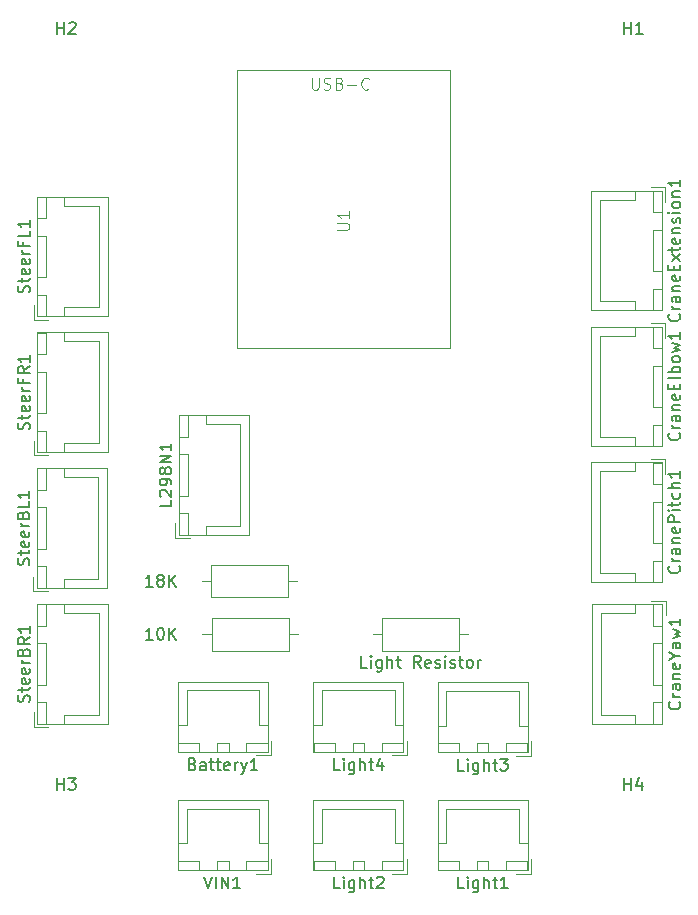
<source format=gbr>
%TF.GenerationSoftware,KiCad,Pcbnew,9.0.0*%
%TF.CreationDate,2025-05-08T14:03:21-04:00*%
%TF.ProjectId,main-pcb,6d61696e-2d70-4636-922e-6b696361645f,rev?*%
%TF.SameCoordinates,Original*%
%TF.FileFunction,Legend,Top*%
%TF.FilePolarity,Positive*%
%FSLAX46Y46*%
G04 Gerber Fmt 4.6, Leading zero omitted, Abs format (unit mm)*
G04 Created by KiCad (PCBNEW 9.0.0) date 2025-05-08 14:03:21*
%MOMM*%
%LPD*%
G01*
G04 APERTURE LIST*
%ADD10C,0.150000*%
%ADD11C,0.100000*%
%ADD12C,0.120000*%
G04 APERTURE END LIST*
D10*
X133678572Y-128004819D02*
X134011905Y-129004819D01*
X134011905Y-129004819D02*
X134345238Y-128004819D01*
X134678572Y-129004819D02*
X134678572Y-128004819D01*
X135154762Y-129004819D02*
X135154762Y-128004819D01*
X135154762Y-128004819D02*
X135726190Y-129004819D01*
X135726190Y-129004819D02*
X135726190Y-128004819D01*
X136726190Y-129004819D02*
X136154762Y-129004819D01*
X136440476Y-129004819D02*
X136440476Y-128004819D01*
X136440476Y-128004819D02*
X136345238Y-128147676D01*
X136345238Y-128147676D02*
X136250000Y-128242914D01*
X136250000Y-128242914D02*
X136154762Y-128290533D01*
X118857200Y-78547619D02*
X118904819Y-78404762D01*
X118904819Y-78404762D02*
X118904819Y-78166667D01*
X118904819Y-78166667D02*
X118857200Y-78071429D01*
X118857200Y-78071429D02*
X118809580Y-78023810D01*
X118809580Y-78023810D02*
X118714342Y-77976191D01*
X118714342Y-77976191D02*
X118619104Y-77976191D01*
X118619104Y-77976191D02*
X118523866Y-78023810D01*
X118523866Y-78023810D02*
X118476247Y-78071429D01*
X118476247Y-78071429D02*
X118428628Y-78166667D01*
X118428628Y-78166667D02*
X118381009Y-78357143D01*
X118381009Y-78357143D02*
X118333390Y-78452381D01*
X118333390Y-78452381D02*
X118285771Y-78500000D01*
X118285771Y-78500000D02*
X118190533Y-78547619D01*
X118190533Y-78547619D02*
X118095295Y-78547619D01*
X118095295Y-78547619D02*
X118000057Y-78500000D01*
X118000057Y-78500000D02*
X117952438Y-78452381D01*
X117952438Y-78452381D02*
X117904819Y-78357143D01*
X117904819Y-78357143D02*
X117904819Y-78119048D01*
X117904819Y-78119048D02*
X117952438Y-77976191D01*
X118238152Y-77690476D02*
X118238152Y-77309524D01*
X117904819Y-77547619D02*
X118761961Y-77547619D01*
X118761961Y-77547619D02*
X118857200Y-77500000D01*
X118857200Y-77500000D02*
X118904819Y-77404762D01*
X118904819Y-77404762D02*
X118904819Y-77309524D01*
X118857200Y-76595238D02*
X118904819Y-76690476D01*
X118904819Y-76690476D02*
X118904819Y-76880952D01*
X118904819Y-76880952D02*
X118857200Y-76976190D01*
X118857200Y-76976190D02*
X118761961Y-77023809D01*
X118761961Y-77023809D02*
X118381009Y-77023809D01*
X118381009Y-77023809D02*
X118285771Y-76976190D01*
X118285771Y-76976190D02*
X118238152Y-76880952D01*
X118238152Y-76880952D02*
X118238152Y-76690476D01*
X118238152Y-76690476D02*
X118285771Y-76595238D01*
X118285771Y-76595238D02*
X118381009Y-76547619D01*
X118381009Y-76547619D02*
X118476247Y-76547619D01*
X118476247Y-76547619D02*
X118571485Y-77023809D01*
X118857200Y-75738095D02*
X118904819Y-75833333D01*
X118904819Y-75833333D02*
X118904819Y-76023809D01*
X118904819Y-76023809D02*
X118857200Y-76119047D01*
X118857200Y-76119047D02*
X118761961Y-76166666D01*
X118761961Y-76166666D02*
X118381009Y-76166666D01*
X118381009Y-76166666D02*
X118285771Y-76119047D01*
X118285771Y-76119047D02*
X118238152Y-76023809D01*
X118238152Y-76023809D02*
X118238152Y-75833333D01*
X118238152Y-75833333D02*
X118285771Y-75738095D01*
X118285771Y-75738095D02*
X118381009Y-75690476D01*
X118381009Y-75690476D02*
X118476247Y-75690476D01*
X118476247Y-75690476D02*
X118571485Y-76166666D01*
X118904819Y-75261904D02*
X118238152Y-75261904D01*
X118428628Y-75261904D02*
X118333390Y-75214285D01*
X118333390Y-75214285D02*
X118285771Y-75166666D01*
X118285771Y-75166666D02*
X118238152Y-75071428D01*
X118238152Y-75071428D02*
X118238152Y-74976190D01*
X118381009Y-74309523D02*
X118381009Y-74642856D01*
X118904819Y-74642856D02*
X117904819Y-74642856D01*
X117904819Y-74642856D02*
X117904819Y-74166666D01*
X118904819Y-73309523D02*
X118904819Y-73785713D01*
X118904819Y-73785713D02*
X117904819Y-73785713D01*
X118904819Y-72452380D02*
X118904819Y-73023808D01*
X118904819Y-72738094D02*
X117904819Y-72738094D01*
X117904819Y-72738094D02*
X118047676Y-72833332D01*
X118047676Y-72833332D02*
X118142914Y-72928570D01*
X118142914Y-72928570D02*
X118190533Y-73023808D01*
X145154761Y-119004819D02*
X144678571Y-119004819D01*
X144678571Y-119004819D02*
X144678571Y-118004819D01*
X145488095Y-119004819D02*
X145488095Y-118338152D01*
X145488095Y-118004819D02*
X145440476Y-118052438D01*
X145440476Y-118052438D02*
X145488095Y-118100057D01*
X145488095Y-118100057D02*
X145535714Y-118052438D01*
X145535714Y-118052438D02*
X145488095Y-118004819D01*
X145488095Y-118004819D02*
X145488095Y-118100057D01*
X146392856Y-118338152D02*
X146392856Y-119147676D01*
X146392856Y-119147676D02*
X146345237Y-119242914D01*
X146345237Y-119242914D02*
X146297618Y-119290533D01*
X146297618Y-119290533D02*
X146202380Y-119338152D01*
X146202380Y-119338152D02*
X146059523Y-119338152D01*
X146059523Y-119338152D02*
X145964285Y-119290533D01*
X146392856Y-118957200D02*
X146297618Y-119004819D01*
X146297618Y-119004819D02*
X146107142Y-119004819D01*
X146107142Y-119004819D02*
X146011904Y-118957200D01*
X146011904Y-118957200D02*
X145964285Y-118909580D01*
X145964285Y-118909580D02*
X145916666Y-118814342D01*
X145916666Y-118814342D02*
X145916666Y-118528628D01*
X145916666Y-118528628D02*
X145964285Y-118433390D01*
X145964285Y-118433390D02*
X146011904Y-118385771D01*
X146011904Y-118385771D02*
X146107142Y-118338152D01*
X146107142Y-118338152D02*
X146297618Y-118338152D01*
X146297618Y-118338152D02*
X146392856Y-118385771D01*
X146869047Y-119004819D02*
X146869047Y-118004819D01*
X147297618Y-119004819D02*
X147297618Y-118481009D01*
X147297618Y-118481009D02*
X147249999Y-118385771D01*
X147249999Y-118385771D02*
X147154761Y-118338152D01*
X147154761Y-118338152D02*
X147011904Y-118338152D01*
X147011904Y-118338152D02*
X146916666Y-118385771D01*
X146916666Y-118385771D02*
X146869047Y-118433390D01*
X147630952Y-118338152D02*
X148011904Y-118338152D01*
X147773809Y-118004819D02*
X147773809Y-118861961D01*
X147773809Y-118861961D02*
X147821428Y-118957200D01*
X147821428Y-118957200D02*
X147916666Y-119004819D01*
X147916666Y-119004819D02*
X148011904Y-119004819D01*
X148773809Y-118338152D02*
X148773809Y-119004819D01*
X148535714Y-117957200D02*
X148297619Y-118671485D01*
X148297619Y-118671485D02*
X148916666Y-118671485D01*
X129309523Y-103454819D02*
X128738095Y-103454819D01*
X129023809Y-103454819D02*
X129023809Y-102454819D01*
X129023809Y-102454819D02*
X128928571Y-102597676D01*
X128928571Y-102597676D02*
X128833333Y-102692914D01*
X128833333Y-102692914D02*
X128738095Y-102740533D01*
X129880952Y-102883390D02*
X129785714Y-102835771D01*
X129785714Y-102835771D02*
X129738095Y-102788152D01*
X129738095Y-102788152D02*
X129690476Y-102692914D01*
X129690476Y-102692914D02*
X129690476Y-102645295D01*
X129690476Y-102645295D02*
X129738095Y-102550057D01*
X129738095Y-102550057D02*
X129785714Y-102502438D01*
X129785714Y-102502438D02*
X129880952Y-102454819D01*
X129880952Y-102454819D02*
X130071428Y-102454819D01*
X130071428Y-102454819D02*
X130166666Y-102502438D01*
X130166666Y-102502438D02*
X130214285Y-102550057D01*
X130214285Y-102550057D02*
X130261904Y-102645295D01*
X130261904Y-102645295D02*
X130261904Y-102692914D01*
X130261904Y-102692914D02*
X130214285Y-102788152D01*
X130214285Y-102788152D02*
X130166666Y-102835771D01*
X130166666Y-102835771D02*
X130071428Y-102883390D01*
X130071428Y-102883390D02*
X129880952Y-102883390D01*
X129880952Y-102883390D02*
X129785714Y-102931009D01*
X129785714Y-102931009D02*
X129738095Y-102978628D01*
X129738095Y-102978628D02*
X129690476Y-103073866D01*
X129690476Y-103073866D02*
X129690476Y-103264342D01*
X129690476Y-103264342D02*
X129738095Y-103359580D01*
X129738095Y-103359580D02*
X129785714Y-103407200D01*
X129785714Y-103407200D02*
X129880952Y-103454819D01*
X129880952Y-103454819D02*
X130071428Y-103454819D01*
X130071428Y-103454819D02*
X130166666Y-103407200D01*
X130166666Y-103407200D02*
X130214285Y-103359580D01*
X130214285Y-103359580D02*
X130261904Y-103264342D01*
X130261904Y-103264342D02*
X130261904Y-103073866D01*
X130261904Y-103073866D02*
X130214285Y-102978628D01*
X130214285Y-102978628D02*
X130166666Y-102931009D01*
X130166666Y-102931009D02*
X130071428Y-102883390D01*
X130690476Y-103454819D02*
X130690476Y-102454819D01*
X131261904Y-103454819D02*
X130833333Y-102883390D01*
X131261904Y-102454819D02*
X130690476Y-103026247D01*
X121238095Y-56654819D02*
X121238095Y-55654819D01*
X121238095Y-56131009D02*
X121809523Y-56131009D01*
X121809523Y-56654819D02*
X121809523Y-55654819D01*
X122238095Y-55750057D02*
X122285714Y-55702438D01*
X122285714Y-55702438D02*
X122380952Y-55654819D01*
X122380952Y-55654819D02*
X122619047Y-55654819D01*
X122619047Y-55654819D02*
X122714285Y-55702438D01*
X122714285Y-55702438D02*
X122761904Y-55750057D01*
X122761904Y-55750057D02*
X122809523Y-55845295D01*
X122809523Y-55845295D02*
X122809523Y-55940533D01*
X122809523Y-55940533D02*
X122761904Y-56083390D01*
X122761904Y-56083390D02*
X122190476Y-56654819D01*
X122190476Y-56654819D02*
X122809523Y-56654819D01*
D11*
X144957419Y-73261904D02*
X145766942Y-73261904D01*
X145766942Y-73261904D02*
X145862180Y-73214285D01*
X145862180Y-73214285D02*
X145909800Y-73166666D01*
X145909800Y-73166666D02*
X145957419Y-73071428D01*
X145957419Y-73071428D02*
X145957419Y-72880952D01*
X145957419Y-72880952D02*
X145909800Y-72785714D01*
X145909800Y-72785714D02*
X145862180Y-72738095D01*
X145862180Y-72738095D02*
X145766942Y-72690476D01*
X145766942Y-72690476D02*
X144957419Y-72690476D01*
X145957419Y-71690476D02*
X145957419Y-72261904D01*
X145957419Y-71976190D02*
X144957419Y-71976190D01*
X144957419Y-71976190D02*
X145100276Y-72071428D01*
X145100276Y-72071428D02*
X145195514Y-72166666D01*
X145195514Y-72166666D02*
X145243133Y-72261904D01*
X142803884Y-60372419D02*
X142803884Y-61181942D01*
X142803884Y-61181942D02*
X142851503Y-61277180D01*
X142851503Y-61277180D02*
X142899122Y-61324800D01*
X142899122Y-61324800D02*
X142994360Y-61372419D01*
X142994360Y-61372419D02*
X143184836Y-61372419D01*
X143184836Y-61372419D02*
X143280074Y-61324800D01*
X143280074Y-61324800D02*
X143327693Y-61277180D01*
X143327693Y-61277180D02*
X143375312Y-61181942D01*
X143375312Y-61181942D02*
X143375312Y-60372419D01*
X143803884Y-61324800D02*
X143946741Y-61372419D01*
X143946741Y-61372419D02*
X144184836Y-61372419D01*
X144184836Y-61372419D02*
X144280074Y-61324800D01*
X144280074Y-61324800D02*
X144327693Y-61277180D01*
X144327693Y-61277180D02*
X144375312Y-61181942D01*
X144375312Y-61181942D02*
X144375312Y-61086704D01*
X144375312Y-61086704D02*
X144327693Y-60991466D01*
X144327693Y-60991466D02*
X144280074Y-60943847D01*
X144280074Y-60943847D02*
X144184836Y-60896228D01*
X144184836Y-60896228D02*
X143994360Y-60848609D01*
X143994360Y-60848609D02*
X143899122Y-60800990D01*
X143899122Y-60800990D02*
X143851503Y-60753371D01*
X143851503Y-60753371D02*
X143803884Y-60658133D01*
X143803884Y-60658133D02*
X143803884Y-60562895D01*
X143803884Y-60562895D02*
X143851503Y-60467657D01*
X143851503Y-60467657D02*
X143899122Y-60420038D01*
X143899122Y-60420038D02*
X143994360Y-60372419D01*
X143994360Y-60372419D02*
X144232455Y-60372419D01*
X144232455Y-60372419D02*
X144375312Y-60420038D01*
X145137217Y-60848609D02*
X145280074Y-60896228D01*
X145280074Y-60896228D02*
X145327693Y-60943847D01*
X145327693Y-60943847D02*
X145375312Y-61039085D01*
X145375312Y-61039085D02*
X145375312Y-61181942D01*
X145375312Y-61181942D02*
X145327693Y-61277180D01*
X145327693Y-61277180D02*
X145280074Y-61324800D01*
X145280074Y-61324800D02*
X145184836Y-61372419D01*
X145184836Y-61372419D02*
X144803884Y-61372419D01*
X144803884Y-61372419D02*
X144803884Y-60372419D01*
X144803884Y-60372419D02*
X145137217Y-60372419D01*
X145137217Y-60372419D02*
X145232455Y-60420038D01*
X145232455Y-60420038D02*
X145280074Y-60467657D01*
X145280074Y-60467657D02*
X145327693Y-60562895D01*
X145327693Y-60562895D02*
X145327693Y-60658133D01*
X145327693Y-60658133D02*
X145280074Y-60753371D01*
X145280074Y-60753371D02*
X145232455Y-60800990D01*
X145232455Y-60800990D02*
X145137217Y-60848609D01*
X145137217Y-60848609D02*
X144803884Y-60848609D01*
X145803884Y-60991466D02*
X146565789Y-60991466D01*
X147613407Y-61277180D02*
X147565788Y-61324800D01*
X147565788Y-61324800D02*
X147422931Y-61372419D01*
X147422931Y-61372419D02*
X147327693Y-61372419D01*
X147327693Y-61372419D02*
X147184836Y-61324800D01*
X147184836Y-61324800D02*
X147089598Y-61229561D01*
X147089598Y-61229561D02*
X147041979Y-61134323D01*
X147041979Y-61134323D02*
X146994360Y-60943847D01*
X146994360Y-60943847D02*
X146994360Y-60800990D01*
X146994360Y-60800990D02*
X147041979Y-60610514D01*
X147041979Y-60610514D02*
X147089598Y-60515276D01*
X147089598Y-60515276D02*
X147184836Y-60420038D01*
X147184836Y-60420038D02*
X147327693Y-60372419D01*
X147327693Y-60372419D02*
X147422931Y-60372419D01*
X147422931Y-60372419D02*
X147565788Y-60420038D01*
X147565788Y-60420038D02*
X147613407Y-60467657D01*
D10*
X129309523Y-107954819D02*
X128738095Y-107954819D01*
X129023809Y-107954819D02*
X129023809Y-106954819D01*
X129023809Y-106954819D02*
X128928571Y-107097676D01*
X128928571Y-107097676D02*
X128833333Y-107192914D01*
X128833333Y-107192914D02*
X128738095Y-107240533D01*
X129928571Y-106954819D02*
X130023809Y-106954819D01*
X130023809Y-106954819D02*
X130119047Y-107002438D01*
X130119047Y-107002438D02*
X130166666Y-107050057D01*
X130166666Y-107050057D02*
X130214285Y-107145295D01*
X130214285Y-107145295D02*
X130261904Y-107335771D01*
X130261904Y-107335771D02*
X130261904Y-107573866D01*
X130261904Y-107573866D02*
X130214285Y-107764342D01*
X130214285Y-107764342D02*
X130166666Y-107859580D01*
X130166666Y-107859580D02*
X130119047Y-107907200D01*
X130119047Y-107907200D02*
X130023809Y-107954819D01*
X130023809Y-107954819D02*
X129928571Y-107954819D01*
X129928571Y-107954819D02*
X129833333Y-107907200D01*
X129833333Y-107907200D02*
X129785714Y-107859580D01*
X129785714Y-107859580D02*
X129738095Y-107764342D01*
X129738095Y-107764342D02*
X129690476Y-107573866D01*
X129690476Y-107573866D02*
X129690476Y-107335771D01*
X129690476Y-107335771D02*
X129738095Y-107145295D01*
X129738095Y-107145295D02*
X129785714Y-107050057D01*
X129785714Y-107050057D02*
X129833333Y-107002438D01*
X129833333Y-107002438D02*
X129928571Y-106954819D01*
X130690476Y-107954819D02*
X130690476Y-106954819D01*
X131261904Y-107954819D02*
X130833333Y-107383390D01*
X131261904Y-106954819D02*
X130690476Y-107526247D01*
X173884580Y-101714286D02*
X173932200Y-101761905D01*
X173932200Y-101761905D02*
X173979819Y-101904762D01*
X173979819Y-101904762D02*
X173979819Y-102000000D01*
X173979819Y-102000000D02*
X173932200Y-102142857D01*
X173932200Y-102142857D02*
X173836961Y-102238095D01*
X173836961Y-102238095D02*
X173741723Y-102285714D01*
X173741723Y-102285714D02*
X173551247Y-102333333D01*
X173551247Y-102333333D02*
X173408390Y-102333333D01*
X173408390Y-102333333D02*
X173217914Y-102285714D01*
X173217914Y-102285714D02*
X173122676Y-102238095D01*
X173122676Y-102238095D02*
X173027438Y-102142857D01*
X173027438Y-102142857D02*
X172979819Y-102000000D01*
X172979819Y-102000000D02*
X172979819Y-101904762D01*
X172979819Y-101904762D02*
X173027438Y-101761905D01*
X173027438Y-101761905D02*
X173075057Y-101714286D01*
X173979819Y-101285714D02*
X173313152Y-101285714D01*
X173503628Y-101285714D02*
X173408390Y-101238095D01*
X173408390Y-101238095D02*
X173360771Y-101190476D01*
X173360771Y-101190476D02*
X173313152Y-101095238D01*
X173313152Y-101095238D02*
X173313152Y-101000000D01*
X173979819Y-100238095D02*
X173456009Y-100238095D01*
X173456009Y-100238095D02*
X173360771Y-100285714D01*
X173360771Y-100285714D02*
X173313152Y-100380952D01*
X173313152Y-100380952D02*
X173313152Y-100571428D01*
X173313152Y-100571428D02*
X173360771Y-100666666D01*
X173932200Y-100238095D02*
X173979819Y-100333333D01*
X173979819Y-100333333D02*
X173979819Y-100571428D01*
X173979819Y-100571428D02*
X173932200Y-100666666D01*
X173932200Y-100666666D02*
X173836961Y-100714285D01*
X173836961Y-100714285D02*
X173741723Y-100714285D01*
X173741723Y-100714285D02*
X173646485Y-100666666D01*
X173646485Y-100666666D02*
X173598866Y-100571428D01*
X173598866Y-100571428D02*
X173598866Y-100333333D01*
X173598866Y-100333333D02*
X173551247Y-100238095D01*
X173313152Y-99761904D02*
X173979819Y-99761904D01*
X173408390Y-99761904D02*
X173360771Y-99714285D01*
X173360771Y-99714285D02*
X173313152Y-99619047D01*
X173313152Y-99619047D02*
X173313152Y-99476190D01*
X173313152Y-99476190D02*
X173360771Y-99380952D01*
X173360771Y-99380952D02*
X173456009Y-99333333D01*
X173456009Y-99333333D02*
X173979819Y-99333333D01*
X173932200Y-98476190D02*
X173979819Y-98571428D01*
X173979819Y-98571428D02*
X173979819Y-98761904D01*
X173979819Y-98761904D02*
X173932200Y-98857142D01*
X173932200Y-98857142D02*
X173836961Y-98904761D01*
X173836961Y-98904761D02*
X173456009Y-98904761D01*
X173456009Y-98904761D02*
X173360771Y-98857142D01*
X173360771Y-98857142D02*
X173313152Y-98761904D01*
X173313152Y-98761904D02*
X173313152Y-98571428D01*
X173313152Y-98571428D02*
X173360771Y-98476190D01*
X173360771Y-98476190D02*
X173456009Y-98428571D01*
X173456009Y-98428571D02*
X173551247Y-98428571D01*
X173551247Y-98428571D02*
X173646485Y-98904761D01*
X173979819Y-97999999D02*
X172979819Y-97999999D01*
X172979819Y-97999999D02*
X172979819Y-97619047D01*
X172979819Y-97619047D02*
X173027438Y-97523809D01*
X173027438Y-97523809D02*
X173075057Y-97476190D01*
X173075057Y-97476190D02*
X173170295Y-97428571D01*
X173170295Y-97428571D02*
X173313152Y-97428571D01*
X173313152Y-97428571D02*
X173408390Y-97476190D01*
X173408390Y-97476190D02*
X173456009Y-97523809D01*
X173456009Y-97523809D02*
X173503628Y-97619047D01*
X173503628Y-97619047D02*
X173503628Y-97999999D01*
X173979819Y-96999999D02*
X173313152Y-96999999D01*
X172979819Y-96999999D02*
X173027438Y-97047618D01*
X173027438Y-97047618D02*
X173075057Y-96999999D01*
X173075057Y-96999999D02*
X173027438Y-96952380D01*
X173027438Y-96952380D02*
X172979819Y-96999999D01*
X172979819Y-96999999D02*
X173075057Y-96999999D01*
X173313152Y-96666666D02*
X173313152Y-96285714D01*
X172979819Y-96523809D02*
X173836961Y-96523809D01*
X173836961Y-96523809D02*
X173932200Y-96476190D01*
X173932200Y-96476190D02*
X173979819Y-96380952D01*
X173979819Y-96380952D02*
X173979819Y-96285714D01*
X173932200Y-95523809D02*
X173979819Y-95619047D01*
X173979819Y-95619047D02*
X173979819Y-95809523D01*
X173979819Y-95809523D02*
X173932200Y-95904761D01*
X173932200Y-95904761D02*
X173884580Y-95952380D01*
X173884580Y-95952380D02*
X173789342Y-95999999D01*
X173789342Y-95999999D02*
X173503628Y-95999999D01*
X173503628Y-95999999D02*
X173408390Y-95952380D01*
X173408390Y-95952380D02*
X173360771Y-95904761D01*
X173360771Y-95904761D02*
X173313152Y-95809523D01*
X173313152Y-95809523D02*
X173313152Y-95619047D01*
X173313152Y-95619047D02*
X173360771Y-95523809D01*
X173979819Y-95095237D02*
X172979819Y-95095237D01*
X173979819Y-94666666D02*
X173456009Y-94666666D01*
X173456009Y-94666666D02*
X173360771Y-94714285D01*
X173360771Y-94714285D02*
X173313152Y-94809523D01*
X173313152Y-94809523D02*
X173313152Y-94952380D01*
X173313152Y-94952380D02*
X173360771Y-95047618D01*
X173360771Y-95047618D02*
X173408390Y-95095237D01*
X173979819Y-93666666D02*
X173979819Y-94238094D01*
X173979819Y-93952380D02*
X172979819Y-93952380D01*
X172979819Y-93952380D02*
X173122676Y-94047618D01*
X173122676Y-94047618D02*
X173217914Y-94142856D01*
X173217914Y-94142856D02*
X173265533Y-94238094D01*
X147476189Y-110324819D02*
X146999999Y-110324819D01*
X146999999Y-110324819D02*
X146999999Y-109324819D01*
X147809523Y-110324819D02*
X147809523Y-109658152D01*
X147809523Y-109324819D02*
X147761904Y-109372438D01*
X147761904Y-109372438D02*
X147809523Y-109420057D01*
X147809523Y-109420057D02*
X147857142Y-109372438D01*
X147857142Y-109372438D02*
X147809523Y-109324819D01*
X147809523Y-109324819D02*
X147809523Y-109420057D01*
X148714284Y-109658152D02*
X148714284Y-110467676D01*
X148714284Y-110467676D02*
X148666665Y-110562914D01*
X148666665Y-110562914D02*
X148619046Y-110610533D01*
X148619046Y-110610533D02*
X148523808Y-110658152D01*
X148523808Y-110658152D02*
X148380951Y-110658152D01*
X148380951Y-110658152D02*
X148285713Y-110610533D01*
X148714284Y-110277200D02*
X148619046Y-110324819D01*
X148619046Y-110324819D02*
X148428570Y-110324819D01*
X148428570Y-110324819D02*
X148333332Y-110277200D01*
X148333332Y-110277200D02*
X148285713Y-110229580D01*
X148285713Y-110229580D02*
X148238094Y-110134342D01*
X148238094Y-110134342D02*
X148238094Y-109848628D01*
X148238094Y-109848628D02*
X148285713Y-109753390D01*
X148285713Y-109753390D02*
X148333332Y-109705771D01*
X148333332Y-109705771D02*
X148428570Y-109658152D01*
X148428570Y-109658152D02*
X148619046Y-109658152D01*
X148619046Y-109658152D02*
X148714284Y-109705771D01*
X149190475Y-110324819D02*
X149190475Y-109324819D01*
X149619046Y-110324819D02*
X149619046Y-109801009D01*
X149619046Y-109801009D02*
X149571427Y-109705771D01*
X149571427Y-109705771D02*
X149476189Y-109658152D01*
X149476189Y-109658152D02*
X149333332Y-109658152D01*
X149333332Y-109658152D02*
X149238094Y-109705771D01*
X149238094Y-109705771D02*
X149190475Y-109753390D01*
X149952380Y-109658152D02*
X150333332Y-109658152D01*
X150095237Y-109324819D02*
X150095237Y-110181961D01*
X150095237Y-110181961D02*
X150142856Y-110277200D01*
X150142856Y-110277200D02*
X150238094Y-110324819D01*
X150238094Y-110324819D02*
X150333332Y-110324819D01*
X151999999Y-110324819D02*
X151666666Y-109848628D01*
X151428571Y-110324819D02*
X151428571Y-109324819D01*
X151428571Y-109324819D02*
X151809523Y-109324819D01*
X151809523Y-109324819D02*
X151904761Y-109372438D01*
X151904761Y-109372438D02*
X151952380Y-109420057D01*
X151952380Y-109420057D02*
X151999999Y-109515295D01*
X151999999Y-109515295D02*
X151999999Y-109658152D01*
X151999999Y-109658152D02*
X151952380Y-109753390D01*
X151952380Y-109753390D02*
X151904761Y-109801009D01*
X151904761Y-109801009D02*
X151809523Y-109848628D01*
X151809523Y-109848628D02*
X151428571Y-109848628D01*
X152809523Y-110277200D02*
X152714285Y-110324819D01*
X152714285Y-110324819D02*
X152523809Y-110324819D01*
X152523809Y-110324819D02*
X152428571Y-110277200D01*
X152428571Y-110277200D02*
X152380952Y-110181961D01*
X152380952Y-110181961D02*
X152380952Y-109801009D01*
X152380952Y-109801009D02*
X152428571Y-109705771D01*
X152428571Y-109705771D02*
X152523809Y-109658152D01*
X152523809Y-109658152D02*
X152714285Y-109658152D01*
X152714285Y-109658152D02*
X152809523Y-109705771D01*
X152809523Y-109705771D02*
X152857142Y-109801009D01*
X152857142Y-109801009D02*
X152857142Y-109896247D01*
X152857142Y-109896247D02*
X152380952Y-109991485D01*
X153238095Y-110277200D02*
X153333333Y-110324819D01*
X153333333Y-110324819D02*
X153523809Y-110324819D01*
X153523809Y-110324819D02*
X153619047Y-110277200D01*
X153619047Y-110277200D02*
X153666666Y-110181961D01*
X153666666Y-110181961D02*
X153666666Y-110134342D01*
X153666666Y-110134342D02*
X153619047Y-110039104D01*
X153619047Y-110039104D02*
X153523809Y-109991485D01*
X153523809Y-109991485D02*
X153380952Y-109991485D01*
X153380952Y-109991485D02*
X153285714Y-109943866D01*
X153285714Y-109943866D02*
X153238095Y-109848628D01*
X153238095Y-109848628D02*
X153238095Y-109801009D01*
X153238095Y-109801009D02*
X153285714Y-109705771D01*
X153285714Y-109705771D02*
X153380952Y-109658152D01*
X153380952Y-109658152D02*
X153523809Y-109658152D01*
X153523809Y-109658152D02*
X153619047Y-109705771D01*
X154095238Y-110324819D02*
X154095238Y-109658152D01*
X154095238Y-109324819D02*
X154047619Y-109372438D01*
X154047619Y-109372438D02*
X154095238Y-109420057D01*
X154095238Y-109420057D02*
X154142857Y-109372438D01*
X154142857Y-109372438D02*
X154095238Y-109324819D01*
X154095238Y-109324819D02*
X154095238Y-109420057D01*
X154523809Y-110277200D02*
X154619047Y-110324819D01*
X154619047Y-110324819D02*
X154809523Y-110324819D01*
X154809523Y-110324819D02*
X154904761Y-110277200D01*
X154904761Y-110277200D02*
X154952380Y-110181961D01*
X154952380Y-110181961D02*
X154952380Y-110134342D01*
X154952380Y-110134342D02*
X154904761Y-110039104D01*
X154904761Y-110039104D02*
X154809523Y-109991485D01*
X154809523Y-109991485D02*
X154666666Y-109991485D01*
X154666666Y-109991485D02*
X154571428Y-109943866D01*
X154571428Y-109943866D02*
X154523809Y-109848628D01*
X154523809Y-109848628D02*
X154523809Y-109801009D01*
X154523809Y-109801009D02*
X154571428Y-109705771D01*
X154571428Y-109705771D02*
X154666666Y-109658152D01*
X154666666Y-109658152D02*
X154809523Y-109658152D01*
X154809523Y-109658152D02*
X154904761Y-109705771D01*
X155238095Y-109658152D02*
X155619047Y-109658152D01*
X155380952Y-109324819D02*
X155380952Y-110181961D01*
X155380952Y-110181961D02*
X155428571Y-110277200D01*
X155428571Y-110277200D02*
X155523809Y-110324819D01*
X155523809Y-110324819D02*
X155619047Y-110324819D01*
X156095238Y-110324819D02*
X156000000Y-110277200D01*
X156000000Y-110277200D02*
X155952381Y-110229580D01*
X155952381Y-110229580D02*
X155904762Y-110134342D01*
X155904762Y-110134342D02*
X155904762Y-109848628D01*
X155904762Y-109848628D02*
X155952381Y-109753390D01*
X155952381Y-109753390D02*
X156000000Y-109705771D01*
X156000000Y-109705771D02*
X156095238Y-109658152D01*
X156095238Y-109658152D02*
X156238095Y-109658152D01*
X156238095Y-109658152D02*
X156333333Y-109705771D01*
X156333333Y-109705771D02*
X156380952Y-109753390D01*
X156380952Y-109753390D02*
X156428571Y-109848628D01*
X156428571Y-109848628D02*
X156428571Y-110134342D01*
X156428571Y-110134342D02*
X156380952Y-110229580D01*
X156380952Y-110229580D02*
X156333333Y-110277200D01*
X156333333Y-110277200D02*
X156238095Y-110324819D01*
X156238095Y-110324819D02*
X156095238Y-110324819D01*
X156857143Y-110324819D02*
X156857143Y-109658152D01*
X156857143Y-109848628D02*
X156904762Y-109753390D01*
X156904762Y-109753390D02*
X156952381Y-109705771D01*
X156952381Y-109705771D02*
X157047619Y-109658152D01*
X157047619Y-109658152D02*
X157142857Y-109658152D01*
X145154761Y-129004819D02*
X144678571Y-129004819D01*
X144678571Y-129004819D02*
X144678571Y-128004819D01*
X145488095Y-129004819D02*
X145488095Y-128338152D01*
X145488095Y-128004819D02*
X145440476Y-128052438D01*
X145440476Y-128052438D02*
X145488095Y-128100057D01*
X145488095Y-128100057D02*
X145535714Y-128052438D01*
X145535714Y-128052438D02*
X145488095Y-128004819D01*
X145488095Y-128004819D02*
X145488095Y-128100057D01*
X146392856Y-128338152D02*
X146392856Y-129147676D01*
X146392856Y-129147676D02*
X146345237Y-129242914D01*
X146345237Y-129242914D02*
X146297618Y-129290533D01*
X146297618Y-129290533D02*
X146202380Y-129338152D01*
X146202380Y-129338152D02*
X146059523Y-129338152D01*
X146059523Y-129338152D02*
X145964285Y-129290533D01*
X146392856Y-128957200D02*
X146297618Y-129004819D01*
X146297618Y-129004819D02*
X146107142Y-129004819D01*
X146107142Y-129004819D02*
X146011904Y-128957200D01*
X146011904Y-128957200D02*
X145964285Y-128909580D01*
X145964285Y-128909580D02*
X145916666Y-128814342D01*
X145916666Y-128814342D02*
X145916666Y-128528628D01*
X145916666Y-128528628D02*
X145964285Y-128433390D01*
X145964285Y-128433390D02*
X146011904Y-128385771D01*
X146011904Y-128385771D02*
X146107142Y-128338152D01*
X146107142Y-128338152D02*
X146297618Y-128338152D01*
X146297618Y-128338152D02*
X146392856Y-128385771D01*
X146869047Y-129004819D02*
X146869047Y-128004819D01*
X147297618Y-129004819D02*
X147297618Y-128481009D01*
X147297618Y-128481009D02*
X147249999Y-128385771D01*
X147249999Y-128385771D02*
X147154761Y-128338152D01*
X147154761Y-128338152D02*
X147011904Y-128338152D01*
X147011904Y-128338152D02*
X146916666Y-128385771D01*
X146916666Y-128385771D02*
X146869047Y-128433390D01*
X147630952Y-128338152D02*
X148011904Y-128338152D01*
X147773809Y-128004819D02*
X147773809Y-128861961D01*
X147773809Y-128861961D02*
X147821428Y-128957200D01*
X147821428Y-128957200D02*
X147916666Y-129004819D01*
X147916666Y-129004819D02*
X148011904Y-129004819D01*
X148297619Y-128100057D02*
X148345238Y-128052438D01*
X148345238Y-128052438D02*
X148440476Y-128004819D01*
X148440476Y-128004819D02*
X148678571Y-128004819D01*
X148678571Y-128004819D02*
X148773809Y-128052438D01*
X148773809Y-128052438D02*
X148821428Y-128100057D01*
X148821428Y-128100057D02*
X148869047Y-128195295D01*
X148869047Y-128195295D02*
X148869047Y-128290533D01*
X148869047Y-128290533D02*
X148821428Y-128433390D01*
X148821428Y-128433390D02*
X148250000Y-129004819D01*
X148250000Y-129004819D02*
X148869047Y-129004819D01*
X118857200Y-90142857D02*
X118904819Y-90000000D01*
X118904819Y-90000000D02*
X118904819Y-89761905D01*
X118904819Y-89761905D02*
X118857200Y-89666667D01*
X118857200Y-89666667D02*
X118809580Y-89619048D01*
X118809580Y-89619048D02*
X118714342Y-89571429D01*
X118714342Y-89571429D02*
X118619104Y-89571429D01*
X118619104Y-89571429D02*
X118523866Y-89619048D01*
X118523866Y-89619048D02*
X118476247Y-89666667D01*
X118476247Y-89666667D02*
X118428628Y-89761905D01*
X118428628Y-89761905D02*
X118381009Y-89952381D01*
X118381009Y-89952381D02*
X118333390Y-90047619D01*
X118333390Y-90047619D02*
X118285771Y-90095238D01*
X118285771Y-90095238D02*
X118190533Y-90142857D01*
X118190533Y-90142857D02*
X118095295Y-90142857D01*
X118095295Y-90142857D02*
X118000057Y-90095238D01*
X118000057Y-90095238D02*
X117952438Y-90047619D01*
X117952438Y-90047619D02*
X117904819Y-89952381D01*
X117904819Y-89952381D02*
X117904819Y-89714286D01*
X117904819Y-89714286D02*
X117952438Y-89571429D01*
X118238152Y-89285714D02*
X118238152Y-88904762D01*
X117904819Y-89142857D02*
X118761961Y-89142857D01*
X118761961Y-89142857D02*
X118857200Y-89095238D01*
X118857200Y-89095238D02*
X118904819Y-89000000D01*
X118904819Y-89000000D02*
X118904819Y-88904762D01*
X118857200Y-88190476D02*
X118904819Y-88285714D01*
X118904819Y-88285714D02*
X118904819Y-88476190D01*
X118904819Y-88476190D02*
X118857200Y-88571428D01*
X118857200Y-88571428D02*
X118761961Y-88619047D01*
X118761961Y-88619047D02*
X118381009Y-88619047D01*
X118381009Y-88619047D02*
X118285771Y-88571428D01*
X118285771Y-88571428D02*
X118238152Y-88476190D01*
X118238152Y-88476190D02*
X118238152Y-88285714D01*
X118238152Y-88285714D02*
X118285771Y-88190476D01*
X118285771Y-88190476D02*
X118381009Y-88142857D01*
X118381009Y-88142857D02*
X118476247Y-88142857D01*
X118476247Y-88142857D02*
X118571485Y-88619047D01*
X118857200Y-87333333D02*
X118904819Y-87428571D01*
X118904819Y-87428571D02*
X118904819Y-87619047D01*
X118904819Y-87619047D02*
X118857200Y-87714285D01*
X118857200Y-87714285D02*
X118761961Y-87761904D01*
X118761961Y-87761904D02*
X118381009Y-87761904D01*
X118381009Y-87761904D02*
X118285771Y-87714285D01*
X118285771Y-87714285D02*
X118238152Y-87619047D01*
X118238152Y-87619047D02*
X118238152Y-87428571D01*
X118238152Y-87428571D02*
X118285771Y-87333333D01*
X118285771Y-87333333D02*
X118381009Y-87285714D01*
X118381009Y-87285714D02*
X118476247Y-87285714D01*
X118476247Y-87285714D02*
X118571485Y-87761904D01*
X118904819Y-86857142D02*
X118238152Y-86857142D01*
X118428628Y-86857142D02*
X118333390Y-86809523D01*
X118333390Y-86809523D02*
X118285771Y-86761904D01*
X118285771Y-86761904D02*
X118238152Y-86666666D01*
X118238152Y-86666666D02*
X118238152Y-86571428D01*
X118381009Y-85904761D02*
X118381009Y-86238094D01*
X118904819Y-86238094D02*
X117904819Y-86238094D01*
X117904819Y-86238094D02*
X117904819Y-85761904D01*
X118904819Y-84809523D02*
X118428628Y-85142856D01*
X118904819Y-85380951D02*
X117904819Y-85380951D01*
X117904819Y-85380951D02*
X117904819Y-84999999D01*
X117904819Y-84999999D02*
X117952438Y-84904761D01*
X117952438Y-84904761D02*
X118000057Y-84857142D01*
X118000057Y-84857142D02*
X118095295Y-84809523D01*
X118095295Y-84809523D02*
X118238152Y-84809523D01*
X118238152Y-84809523D02*
X118333390Y-84857142D01*
X118333390Y-84857142D02*
X118381009Y-84904761D01*
X118381009Y-84904761D02*
X118428628Y-84999999D01*
X118428628Y-84999999D02*
X118428628Y-85380951D01*
X118904819Y-83857142D02*
X118904819Y-84428570D01*
X118904819Y-84142856D02*
X117904819Y-84142856D01*
X117904819Y-84142856D02*
X118047676Y-84238094D01*
X118047676Y-84238094D02*
X118142914Y-84333332D01*
X118142914Y-84333332D02*
X118190533Y-84428570D01*
X169238095Y-120654819D02*
X169238095Y-119654819D01*
X169238095Y-120131009D02*
X169809523Y-120131009D01*
X169809523Y-120654819D02*
X169809523Y-119654819D01*
X170714285Y-119988152D02*
X170714285Y-120654819D01*
X170476190Y-119607200D02*
X170238095Y-120321485D01*
X170238095Y-120321485D02*
X170857142Y-120321485D01*
X173909580Y-113214286D02*
X173957200Y-113261905D01*
X173957200Y-113261905D02*
X174004819Y-113404762D01*
X174004819Y-113404762D02*
X174004819Y-113500000D01*
X174004819Y-113500000D02*
X173957200Y-113642857D01*
X173957200Y-113642857D02*
X173861961Y-113738095D01*
X173861961Y-113738095D02*
X173766723Y-113785714D01*
X173766723Y-113785714D02*
X173576247Y-113833333D01*
X173576247Y-113833333D02*
X173433390Y-113833333D01*
X173433390Y-113833333D02*
X173242914Y-113785714D01*
X173242914Y-113785714D02*
X173147676Y-113738095D01*
X173147676Y-113738095D02*
X173052438Y-113642857D01*
X173052438Y-113642857D02*
X173004819Y-113500000D01*
X173004819Y-113500000D02*
X173004819Y-113404762D01*
X173004819Y-113404762D02*
X173052438Y-113261905D01*
X173052438Y-113261905D02*
X173100057Y-113214286D01*
X174004819Y-112785714D02*
X173338152Y-112785714D01*
X173528628Y-112785714D02*
X173433390Y-112738095D01*
X173433390Y-112738095D02*
X173385771Y-112690476D01*
X173385771Y-112690476D02*
X173338152Y-112595238D01*
X173338152Y-112595238D02*
X173338152Y-112500000D01*
X174004819Y-111738095D02*
X173481009Y-111738095D01*
X173481009Y-111738095D02*
X173385771Y-111785714D01*
X173385771Y-111785714D02*
X173338152Y-111880952D01*
X173338152Y-111880952D02*
X173338152Y-112071428D01*
X173338152Y-112071428D02*
X173385771Y-112166666D01*
X173957200Y-111738095D02*
X174004819Y-111833333D01*
X174004819Y-111833333D02*
X174004819Y-112071428D01*
X174004819Y-112071428D02*
X173957200Y-112166666D01*
X173957200Y-112166666D02*
X173861961Y-112214285D01*
X173861961Y-112214285D02*
X173766723Y-112214285D01*
X173766723Y-112214285D02*
X173671485Y-112166666D01*
X173671485Y-112166666D02*
X173623866Y-112071428D01*
X173623866Y-112071428D02*
X173623866Y-111833333D01*
X173623866Y-111833333D02*
X173576247Y-111738095D01*
X173338152Y-111261904D02*
X174004819Y-111261904D01*
X173433390Y-111261904D02*
X173385771Y-111214285D01*
X173385771Y-111214285D02*
X173338152Y-111119047D01*
X173338152Y-111119047D02*
X173338152Y-110976190D01*
X173338152Y-110976190D02*
X173385771Y-110880952D01*
X173385771Y-110880952D02*
X173481009Y-110833333D01*
X173481009Y-110833333D02*
X174004819Y-110833333D01*
X173957200Y-109976190D02*
X174004819Y-110071428D01*
X174004819Y-110071428D02*
X174004819Y-110261904D01*
X174004819Y-110261904D02*
X173957200Y-110357142D01*
X173957200Y-110357142D02*
X173861961Y-110404761D01*
X173861961Y-110404761D02*
X173481009Y-110404761D01*
X173481009Y-110404761D02*
X173385771Y-110357142D01*
X173385771Y-110357142D02*
X173338152Y-110261904D01*
X173338152Y-110261904D02*
X173338152Y-110071428D01*
X173338152Y-110071428D02*
X173385771Y-109976190D01*
X173385771Y-109976190D02*
X173481009Y-109928571D01*
X173481009Y-109928571D02*
X173576247Y-109928571D01*
X173576247Y-109928571D02*
X173671485Y-110404761D01*
X173528628Y-109309523D02*
X174004819Y-109309523D01*
X173004819Y-109642856D02*
X173528628Y-109309523D01*
X173528628Y-109309523D02*
X173004819Y-108976190D01*
X174004819Y-108214285D02*
X173481009Y-108214285D01*
X173481009Y-108214285D02*
X173385771Y-108261904D01*
X173385771Y-108261904D02*
X173338152Y-108357142D01*
X173338152Y-108357142D02*
X173338152Y-108547618D01*
X173338152Y-108547618D02*
X173385771Y-108642856D01*
X173957200Y-108214285D02*
X174004819Y-108309523D01*
X174004819Y-108309523D02*
X174004819Y-108547618D01*
X174004819Y-108547618D02*
X173957200Y-108642856D01*
X173957200Y-108642856D02*
X173861961Y-108690475D01*
X173861961Y-108690475D02*
X173766723Y-108690475D01*
X173766723Y-108690475D02*
X173671485Y-108642856D01*
X173671485Y-108642856D02*
X173623866Y-108547618D01*
X173623866Y-108547618D02*
X173623866Y-108309523D01*
X173623866Y-108309523D02*
X173576247Y-108214285D01*
X173338152Y-107833332D02*
X174004819Y-107642856D01*
X174004819Y-107642856D02*
X173528628Y-107452380D01*
X173528628Y-107452380D02*
X174004819Y-107261904D01*
X174004819Y-107261904D02*
X173338152Y-107071428D01*
X174004819Y-106166666D02*
X174004819Y-106738094D01*
X174004819Y-106452380D02*
X173004819Y-106452380D01*
X173004819Y-106452380D02*
X173147676Y-106547618D01*
X173147676Y-106547618D02*
X173242914Y-106642856D01*
X173242914Y-106642856D02*
X173290533Y-106738094D01*
X169238095Y-56654819D02*
X169238095Y-55654819D01*
X169238095Y-56131009D02*
X169809523Y-56131009D01*
X169809523Y-56654819D02*
X169809523Y-55654819D01*
X170809523Y-56654819D02*
X170238095Y-56654819D01*
X170523809Y-56654819D02*
X170523809Y-55654819D01*
X170523809Y-55654819D02*
X170428571Y-55797676D01*
X170428571Y-55797676D02*
X170333333Y-55892914D01*
X170333333Y-55892914D02*
X170238095Y-55940533D01*
X121238095Y-120654819D02*
X121238095Y-119654819D01*
X121238095Y-120131009D02*
X121809523Y-120131009D01*
X121809523Y-120654819D02*
X121809523Y-119654819D01*
X122190476Y-119654819D02*
X122809523Y-119654819D01*
X122809523Y-119654819D02*
X122476190Y-120035771D01*
X122476190Y-120035771D02*
X122619047Y-120035771D01*
X122619047Y-120035771D02*
X122714285Y-120083390D01*
X122714285Y-120083390D02*
X122761904Y-120131009D01*
X122761904Y-120131009D02*
X122809523Y-120226247D01*
X122809523Y-120226247D02*
X122809523Y-120464342D01*
X122809523Y-120464342D02*
X122761904Y-120559580D01*
X122761904Y-120559580D02*
X122714285Y-120607200D01*
X122714285Y-120607200D02*
X122619047Y-120654819D01*
X122619047Y-120654819D02*
X122333333Y-120654819D01*
X122333333Y-120654819D02*
X122238095Y-120607200D01*
X122238095Y-120607200D02*
X122190476Y-120559580D01*
X132702380Y-118481009D02*
X132845237Y-118528628D01*
X132845237Y-118528628D02*
X132892856Y-118576247D01*
X132892856Y-118576247D02*
X132940475Y-118671485D01*
X132940475Y-118671485D02*
X132940475Y-118814342D01*
X132940475Y-118814342D02*
X132892856Y-118909580D01*
X132892856Y-118909580D02*
X132845237Y-118957200D01*
X132845237Y-118957200D02*
X132749999Y-119004819D01*
X132749999Y-119004819D02*
X132369047Y-119004819D01*
X132369047Y-119004819D02*
X132369047Y-118004819D01*
X132369047Y-118004819D02*
X132702380Y-118004819D01*
X132702380Y-118004819D02*
X132797618Y-118052438D01*
X132797618Y-118052438D02*
X132845237Y-118100057D01*
X132845237Y-118100057D02*
X132892856Y-118195295D01*
X132892856Y-118195295D02*
X132892856Y-118290533D01*
X132892856Y-118290533D02*
X132845237Y-118385771D01*
X132845237Y-118385771D02*
X132797618Y-118433390D01*
X132797618Y-118433390D02*
X132702380Y-118481009D01*
X132702380Y-118481009D02*
X132369047Y-118481009D01*
X133797618Y-119004819D02*
X133797618Y-118481009D01*
X133797618Y-118481009D02*
X133749999Y-118385771D01*
X133749999Y-118385771D02*
X133654761Y-118338152D01*
X133654761Y-118338152D02*
X133464285Y-118338152D01*
X133464285Y-118338152D02*
X133369047Y-118385771D01*
X133797618Y-118957200D02*
X133702380Y-119004819D01*
X133702380Y-119004819D02*
X133464285Y-119004819D01*
X133464285Y-119004819D02*
X133369047Y-118957200D01*
X133369047Y-118957200D02*
X133321428Y-118861961D01*
X133321428Y-118861961D02*
X133321428Y-118766723D01*
X133321428Y-118766723D02*
X133369047Y-118671485D01*
X133369047Y-118671485D02*
X133464285Y-118623866D01*
X133464285Y-118623866D02*
X133702380Y-118623866D01*
X133702380Y-118623866D02*
X133797618Y-118576247D01*
X134130952Y-118338152D02*
X134511904Y-118338152D01*
X134273809Y-118004819D02*
X134273809Y-118861961D01*
X134273809Y-118861961D02*
X134321428Y-118957200D01*
X134321428Y-118957200D02*
X134416666Y-119004819D01*
X134416666Y-119004819D02*
X134511904Y-119004819D01*
X134702381Y-118338152D02*
X135083333Y-118338152D01*
X134845238Y-118004819D02*
X134845238Y-118861961D01*
X134845238Y-118861961D02*
X134892857Y-118957200D01*
X134892857Y-118957200D02*
X134988095Y-119004819D01*
X134988095Y-119004819D02*
X135083333Y-119004819D01*
X135797619Y-118957200D02*
X135702381Y-119004819D01*
X135702381Y-119004819D02*
X135511905Y-119004819D01*
X135511905Y-119004819D02*
X135416667Y-118957200D01*
X135416667Y-118957200D02*
X135369048Y-118861961D01*
X135369048Y-118861961D02*
X135369048Y-118481009D01*
X135369048Y-118481009D02*
X135416667Y-118385771D01*
X135416667Y-118385771D02*
X135511905Y-118338152D01*
X135511905Y-118338152D02*
X135702381Y-118338152D01*
X135702381Y-118338152D02*
X135797619Y-118385771D01*
X135797619Y-118385771D02*
X135845238Y-118481009D01*
X135845238Y-118481009D02*
X135845238Y-118576247D01*
X135845238Y-118576247D02*
X135369048Y-118671485D01*
X136273810Y-119004819D02*
X136273810Y-118338152D01*
X136273810Y-118528628D02*
X136321429Y-118433390D01*
X136321429Y-118433390D02*
X136369048Y-118385771D01*
X136369048Y-118385771D02*
X136464286Y-118338152D01*
X136464286Y-118338152D02*
X136559524Y-118338152D01*
X136797620Y-118338152D02*
X137035715Y-119004819D01*
X137273810Y-118338152D02*
X137035715Y-119004819D01*
X137035715Y-119004819D02*
X136940477Y-119242914D01*
X136940477Y-119242914D02*
X136892858Y-119290533D01*
X136892858Y-119290533D02*
X136797620Y-119338152D01*
X138178572Y-119004819D02*
X137607144Y-119004819D01*
X137892858Y-119004819D02*
X137892858Y-118004819D01*
X137892858Y-118004819D02*
X137797620Y-118147676D01*
X137797620Y-118147676D02*
X137702382Y-118242914D01*
X137702382Y-118242914D02*
X137607144Y-118290533D01*
X118857200Y-113214285D02*
X118904819Y-113071428D01*
X118904819Y-113071428D02*
X118904819Y-112833333D01*
X118904819Y-112833333D02*
X118857200Y-112738095D01*
X118857200Y-112738095D02*
X118809580Y-112690476D01*
X118809580Y-112690476D02*
X118714342Y-112642857D01*
X118714342Y-112642857D02*
X118619104Y-112642857D01*
X118619104Y-112642857D02*
X118523866Y-112690476D01*
X118523866Y-112690476D02*
X118476247Y-112738095D01*
X118476247Y-112738095D02*
X118428628Y-112833333D01*
X118428628Y-112833333D02*
X118381009Y-113023809D01*
X118381009Y-113023809D02*
X118333390Y-113119047D01*
X118333390Y-113119047D02*
X118285771Y-113166666D01*
X118285771Y-113166666D02*
X118190533Y-113214285D01*
X118190533Y-113214285D02*
X118095295Y-113214285D01*
X118095295Y-113214285D02*
X118000057Y-113166666D01*
X118000057Y-113166666D02*
X117952438Y-113119047D01*
X117952438Y-113119047D02*
X117904819Y-113023809D01*
X117904819Y-113023809D02*
X117904819Y-112785714D01*
X117904819Y-112785714D02*
X117952438Y-112642857D01*
X118238152Y-112357142D02*
X118238152Y-111976190D01*
X117904819Y-112214285D02*
X118761961Y-112214285D01*
X118761961Y-112214285D02*
X118857200Y-112166666D01*
X118857200Y-112166666D02*
X118904819Y-112071428D01*
X118904819Y-112071428D02*
X118904819Y-111976190D01*
X118857200Y-111261904D02*
X118904819Y-111357142D01*
X118904819Y-111357142D02*
X118904819Y-111547618D01*
X118904819Y-111547618D02*
X118857200Y-111642856D01*
X118857200Y-111642856D02*
X118761961Y-111690475D01*
X118761961Y-111690475D02*
X118381009Y-111690475D01*
X118381009Y-111690475D02*
X118285771Y-111642856D01*
X118285771Y-111642856D02*
X118238152Y-111547618D01*
X118238152Y-111547618D02*
X118238152Y-111357142D01*
X118238152Y-111357142D02*
X118285771Y-111261904D01*
X118285771Y-111261904D02*
X118381009Y-111214285D01*
X118381009Y-111214285D02*
X118476247Y-111214285D01*
X118476247Y-111214285D02*
X118571485Y-111690475D01*
X118857200Y-110404761D02*
X118904819Y-110499999D01*
X118904819Y-110499999D02*
X118904819Y-110690475D01*
X118904819Y-110690475D02*
X118857200Y-110785713D01*
X118857200Y-110785713D02*
X118761961Y-110833332D01*
X118761961Y-110833332D02*
X118381009Y-110833332D01*
X118381009Y-110833332D02*
X118285771Y-110785713D01*
X118285771Y-110785713D02*
X118238152Y-110690475D01*
X118238152Y-110690475D02*
X118238152Y-110499999D01*
X118238152Y-110499999D02*
X118285771Y-110404761D01*
X118285771Y-110404761D02*
X118381009Y-110357142D01*
X118381009Y-110357142D02*
X118476247Y-110357142D01*
X118476247Y-110357142D02*
X118571485Y-110833332D01*
X118904819Y-109928570D02*
X118238152Y-109928570D01*
X118428628Y-109928570D02*
X118333390Y-109880951D01*
X118333390Y-109880951D02*
X118285771Y-109833332D01*
X118285771Y-109833332D02*
X118238152Y-109738094D01*
X118238152Y-109738094D02*
X118238152Y-109642856D01*
X118381009Y-108976189D02*
X118428628Y-108833332D01*
X118428628Y-108833332D02*
X118476247Y-108785713D01*
X118476247Y-108785713D02*
X118571485Y-108738094D01*
X118571485Y-108738094D02*
X118714342Y-108738094D01*
X118714342Y-108738094D02*
X118809580Y-108785713D01*
X118809580Y-108785713D02*
X118857200Y-108833332D01*
X118857200Y-108833332D02*
X118904819Y-108928570D01*
X118904819Y-108928570D02*
X118904819Y-109309522D01*
X118904819Y-109309522D02*
X117904819Y-109309522D01*
X117904819Y-109309522D02*
X117904819Y-108976189D01*
X117904819Y-108976189D02*
X117952438Y-108880951D01*
X117952438Y-108880951D02*
X118000057Y-108833332D01*
X118000057Y-108833332D02*
X118095295Y-108785713D01*
X118095295Y-108785713D02*
X118190533Y-108785713D01*
X118190533Y-108785713D02*
X118285771Y-108833332D01*
X118285771Y-108833332D02*
X118333390Y-108880951D01*
X118333390Y-108880951D02*
X118381009Y-108976189D01*
X118381009Y-108976189D02*
X118381009Y-109309522D01*
X118904819Y-107738094D02*
X118428628Y-108071427D01*
X118904819Y-108309522D02*
X117904819Y-108309522D01*
X117904819Y-108309522D02*
X117904819Y-107928570D01*
X117904819Y-107928570D02*
X117952438Y-107833332D01*
X117952438Y-107833332D02*
X118000057Y-107785713D01*
X118000057Y-107785713D02*
X118095295Y-107738094D01*
X118095295Y-107738094D02*
X118238152Y-107738094D01*
X118238152Y-107738094D02*
X118333390Y-107785713D01*
X118333390Y-107785713D02*
X118381009Y-107833332D01*
X118381009Y-107833332D02*
X118428628Y-107928570D01*
X118428628Y-107928570D02*
X118428628Y-108309522D01*
X118904819Y-106785713D02*
X118904819Y-107357141D01*
X118904819Y-107071427D02*
X117904819Y-107071427D01*
X117904819Y-107071427D02*
X118047676Y-107166665D01*
X118047676Y-107166665D02*
X118142914Y-107261903D01*
X118142914Y-107261903D02*
X118190533Y-107357141D01*
X155654761Y-119029819D02*
X155178571Y-119029819D01*
X155178571Y-119029819D02*
X155178571Y-118029819D01*
X155988095Y-119029819D02*
X155988095Y-118363152D01*
X155988095Y-118029819D02*
X155940476Y-118077438D01*
X155940476Y-118077438D02*
X155988095Y-118125057D01*
X155988095Y-118125057D02*
X156035714Y-118077438D01*
X156035714Y-118077438D02*
X155988095Y-118029819D01*
X155988095Y-118029819D02*
X155988095Y-118125057D01*
X156892856Y-118363152D02*
X156892856Y-119172676D01*
X156892856Y-119172676D02*
X156845237Y-119267914D01*
X156845237Y-119267914D02*
X156797618Y-119315533D01*
X156797618Y-119315533D02*
X156702380Y-119363152D01*
X156702380Y-119363152D02*
X156559523Y-119363152D01*
X156559523Y-119363152D02*
X156464285Y-119315533D01*
X156892856Y-118982200D02*
X156797618Y-119029819D01*
X156797618Y-119029819D02*
X156607142Y-119029819D01*
X156607142Y-119029819D02*
X156511904Y-118982200D01*
X156511904Y-118982200D02*
X156464285Y-118934580D01*
X156464285Y-118934580D02*
X156416666Y-118839342D01*
X156416666Y-118839342D02*
X156416666Y-118553628D01*
X156416666Y-118553628D02*
X156464285Y-118458390D01*
X156464285Y-118458390D02*
X156511904Y-118410771D01*
X156511904Y-118410771D02*
X156607142Y-118363152D01*
X156607142Y-118363152D02*
X156797618Y-118363152D01*
X156797618Y-118363152D02*
X156892856Y-118410771D01*
X157369047Y-119029819D02*
X157369047Y-118029819D01*
X157797618Y-119029819D02*
X157797618Y-118506009D01*
X157797618Y-118506009D02*
X157749999Y-118410771D01*
X157749999Y-118410771D02*
X157654761Y-118363152D01*
X157654761Y-118363152D02*
X157511904Y-118363152D01*
X157511904Y-118363152D02*
X157416666Y-118410771D01*
X157416666Y-118410771D02*
X157369047Y-118458390D01*
X158130952Y-118363152D02*
X158511904Y-118363152D01*
X158273809Y-118029819D02*
X158273809Y-118886961D01*
X158273809Y-118886961D02*
X158321428Y-118982200D01*
X158321428Y-118982200D02*
X158416666Y-119029819D01*
X158416666Y-119029819D02*
X158511904Y-119029819D01*
X158750000Y-118029819D02*
X159369047Y-118029819D01*
X159369047Y-118029819D02*
X159035714Y-118410771D01*
X159035714Y-118410771D02*
X159178571Y-118410771D01*
X159178571Y-118410771D02*
X159273809Y-118458390D01*
X159273809Y-118458390D02*
X159321428Y-118506009D01*
X159321428Y-118506009D02*
X159369047Y-118601247D01*
X159369047Y-118601247D02*
X159369047Y-118839342D01*
X159369047Y-118839342D02*
X159321428Y-118934580D01*
X159321428Y-118934580D02*
X159273809Y-118982200D01*
X159273809Y-118982200D02*
X159178571Y-119029819D01*
X159178571Y-119029819D02*
X158892857Y-119029819D01*
X158892857Y-119029819D02*
X158797619Y-118982200D01*
X158797619Y-118982200D02*
X158750000Y-118934580D01*
X118832200Y-101619047D02*
X118879819Y-101476190D01*
X118879819Y-101476190D02*
X118879819Y-101238095D01*
X118879819Y-101238095D02*
X118832200Y-101142857D01*
X118832200Y-101142857D02*
X118784580Y-101095238D01*
X118784580Y-101095238D02*
X118689342Y-101047619D01*
X118689342Y-101047619D02*
X118594104Y-101047619D01*
X118594104Y-101047619D02*
X118498866Y-101095238D01*
X118498866Y-101095238D02*
X118451247Y-101142857D01*
X118451247Y-101142857D02*
X118403628Y-101238095D01*
X118403628Y-101238095D02*
X118356009Y-101428571D01*
X118356009Y-101428571D02*
X118308390Y-101523809D01*
X118308390Y-101523809D02*
X118260771Y-101571428D01*
X118260771Y-101571428D02*
X118165533Y-101619047D01*
X118165533Y-101619047D02*
X118070295Y-101619047D01*
X118070295Y-101619047D02*
X117975057Y-101571428D01*
X117975057Y-101571428D02*
X117927438Y-101523809D01*
X117927438Y-101523809D02*
X117879819Y-101428571D01*
X117879819Y-101428571D02*
X117879819Y-101190476D01*
X117879819Y-101190476D02*
X117927438Y-101047619D01*
X118213152Y-100761904D02*
X118213152Y-100380952D01*
X117879819Y-100619047D02*
X118736961Y-100619047D01*
X118736961Y-100619047D02*
X118832200Y-100571428D01*
X118832200Y-100571428D02*
X118879819Y-100476190D01*
X118879819Y-100476190D02*
X118879819Y-100380952D01*
X118832200Y-99666666D02*
X118879819Y-99761904D01*
X118879819Y-99761904D02*
X118879819Y-99952380D01*
X118879819Y-99952380D02*
X118832200Y-100047618D01*
X118832200Y-100047618D02*
X118736961Y-100095237D01*
X118736961Y-100095237D02*
X118356009Y-100095237D01*
X118356009Y-100095237D02*
X118260771Y-100047618D01*
X118260771Y-100047618D02*
X118213152Y-99952380D01*
X118213152Y-99952380D02*
X118213152Y-99761904D01*
X118213152Y-99761904D02*
X118260771Y-99666666D01*
X118260771Y-99666666D02*
X118356009Y-99619047D01*
X118356009Y-99619047D02*
X118451247Y-99619047D01*
X118451247Y-99619047D02*
X118546485Y-100095237D01*
X118832200Y-98809523D02*
X118879819Y-98904761D01*
X118879819Y-98904761D02*
X118879819Y-99095237D01*
X118879819Y-99095237D02*
X118832200Y-99190475D01*
X118832200Y-99190475D02*
X118736961Y-99238094D01*
X118736961Y-99238094D02*
X118356009Y-99238094D01*
X118356009Y-99238094D02*
X118260771Y-99190475D01*
X118260771Y-99190475D02*
X118213152Y-99095237D01*
X118213152Y-99095237D02*
X118213152Y-98904761D01*
X118213152Y-98904761D02*
X118260771Y-98809523D01*
X118260771Y-98809523D02*
X118356009Y-98761904D01*
X118356009Y-98761904D02*
X118451247Y-98761904D01*
X118451247Y-98761904D02*
X118546485Y-99238094D01*
X118879819Y-98333332D02*
X118213152Y-98333332D01*
X118403628Y-98333332D02*
X118308390Y-98285713D01*
X118308390Y-98285713D02*
X118260771Y-98238094D01*
X118260771Y-98238094D02*
X118213152Y-98142856D01*
X118213152Y-98142856D02*
X118213152Y-98047618D01*
X118356009Y-97380951D02*
X118403628Y-97238094D01*
X118403628Y-97238094D02*
X118451247Y-97190475D01*
X118451247Y-97190475D02*
X118546485Y-97142856D01*
X118546485Y-97142856D02*
X118689342Y-97142856D01*
X118689342Y-97142856D02*
X118784580Y-97190475D01*
X118784580Y-97190475D02*
X118832200Y-97238094D01*
X118832200Y-97238094D02*
X118879819Y-97333332D01*
X118879819Y-97333332D02*
X118879819Y-97714284D01*
X118879819Y-97714284D02*
X117879819Y-97714284D01*
X117879819Y-97714284D02*
X117879819Y-97380951D01*
X117879819Y-97380951D02*
X117927438Y-97285713D01*
X117927438Y-97285713D02*
X117975057Y-97238094D01*
X117975057Y-97238094D02*
X118070295Y-97190475D01*
X118070295Y-97190475D02*
X118165533Y-97190475D01*
X118165533Y-97190475D02*
X118260771Y-97238094D01*
X118260771Y-97238094D02*
X118308390Y-97285713D01*
X118308390Y-97285713D02*
X118356009Y-97380951D01*
X118356009Y-97380951D02*
X118356009Y-97714284D01*
X118879819Y-96238094D02*
X118879819Y-96714284D01*
X118879819Y-96714284D02*
X117879819Y-96714284D01*
X118879819Y-95380951D02*
X118879819Y-95952379D01*
X118879819Y-95666665D02*
X117879819Y-95666665D01*
X117879819Y-95666665D02*
X118022676Y-95761903D01*
X118022676Y-95761903D02*
X118117914Y-95857141D01*
X118117914Y-95857141D02*
X118165533Y-95952379D01*
X130904819Y-96119047D02*
X130904819Y-96595237D01*
X130904819Y-96595237D02*
X129904819Y-96595237D01*
X130000057Y-95833332D02*
X129952438Y-95785713D01*
X129952438Y-95785713D02*
X129904819Y-95690475D01*
X129904819Y-95690475D02*
X129904819Y-95452380D01*
X129904819Y-95452380D02*
X129952438Y-95357142D01*
X129952438Y-95357142D02*
X130000057Y-95309523D01*
X130000057Y-95309523D02*
X130095295Y-95261904D01*
X130095295Y-95261904D02*
X130190533Y-95261904D01*
X130190533Y-95261904D02*
X130333390Y-95309523D01*
X130333390Y-95309523D02*
X130904819Y-95880951D01*
X130904819Y-95880951D02*
X130904819Y-95261904D01*
X130904819Y-94785713D02*
X130904819Y-94595237D01*
X130904819Y-94595237D02*
X130857200Y-94499999D01*
X130857200Y-94499999D02*
X130809580Y-94452380D01*
X130809580Y-94452380D02*
X130666723Y-94357142D01*
X130666723Y-94357142D02*
X130476247Y-94309523D01*
X130476247Y-94309523D02*
X130095295Y-94309523D01*
X130095295Y-94309523D02*
X130000057Y-94357142D01*
X130000057Y-94357142D02*
X129952438Y-94404761D01*
X129952438Y-94404761D02*
X129904819Y-94499999D01*
X129904819Y-94499999D02*
X129904819Y-94690475D01*
X129904819Y-94690475D02*
X129952438Y-94785713D01*
X129952438Y-94785713D02*
X130000057Y-94833332D01*
X130000057Y-94833332D02*
X130095295Y-94880951D01*
X130095295Y-94880951D02*
X130333390Y-94880951D01*
X130333390Y-94880951D02*
X130428628Y-94833332D01*
X130428628Y-94833332D02*
X130476247Y-94785713D01*
X130476247Y-94785713D02*
X130523866Y-94690475D01*
X130523866Y-94690475D02*
X130523866Y-94499999D01*
X130523866Y-94499999D02*
X130476247Y-94404761D01*
X130476247Y-94404761D02*
X130428628Y-94357142D01*
X130428628Y-94357142D02*
X130333390Y-94309523D01*
X130333390Y-93738094D02*
X130285771Y-93833332D01*
X130285771Y-93833332D02*
X130238152Y-93880951D01*
X130238152Y-93880951D02*
X130142914Y-93928570D01*
X130142914Y-93928570D02*
X130095295Y-93928570D01*
X130095295Y-93928570D02*
X130000057Y-93880951D01*
X130000057Y-93880951D02*
X129952438Y-93833332D01*
X129952438Y-93833332D02*
X129904819Y-93738094D01*
X129904819Y-93738094D02*
X129904819Y-93547618D01*
X129904819Y-93547618D02*
X129952438Y-93452380D01*
X129952438Y-93452380D02*
X130000057Y-93404761D01*
X130000057Y-93404761D02*
X130095295Y-93357142D01*
X130095295Y-93357142D02*
X130142914Y-93357142D01*
X130142914Y-93357142D02*
X130238152Y-93404761D01*
X130238152Y-93404761D02*
X130285771Y-93452380D01*
X130285771Y-93452380D02*
X130333390Y-93547618D01*
X130333390Y-93547618D02*
X130333390Y-93738094D01*
X130333390Y-93738094D02*
X130381009Y-93833332D01*
X130381009Y-93833332D02*
X130428628Y-93880951D01*
X130428628Y-93880951D02*
X130523866Y-93928570D01*
X130523866Y-93928570D02*
X130714342Y-93928570D01*
X130714342Y-93928570D02*
X130809580Y-93880951D01*
X130809580Y-93880951D02*
X130857200Y-93833332D01*
X130857200Y-93833332D02*
X130904819Y-93738094D01*
X130904819Y-93738094D02*
X130904819Y-93547618D01*
X130904819Y-93547618D02*
X130857200Y-93452380D01*
X130857200Y-93452380D02*
X130809580Y-93404761D01*
X130809580Y-93404761D02*
X130714342Y-93357142D01*
X130714342Y-93357142D02*
X130523866Y-93357142D01*
X130523866Y-93357142D02*
X130428628Y-93404761D01*
X130428628Y-93404761D02*
X130381009Y-93452380D01*
X130381009Y-93452380D02*
X130333390Y-93547618D01*
X130904819Y-92928570D02*
X129904819Y-92928570D01*
X129904819Y-92928570D02*
X130904819Y-92357142D01*
X130904819Y-92357142D02*
X129904819Y-92357142D01*
X130904819Y-91357142D02*
X130904819Y-91928570D01*
X130904819Y-91642856D02*
X129904819Y-91642856D01*
X129904819Y-91642856D02*
X130047676Y-91738094D01*
X130047676Y-91738094D02*
X130142914Y-91833332D01*
X130142914Y-91833332D02*
X130190533Y-91928570D01*
X155654761Y-129004819D02*
X155178571Y-129004819D01*
X155178571Y-129004819D02*
X155178571Y-128004819D01*
X155988095Y-129004819D02*
X155988095Y-128338152D01*
X155988095Y-128004819D02*
X155940476Y-128052438D01*
X155940476Y-128052438D02*
X155988095Y-128100057D01*
X155988095Y-128100057D02*
X156035714Y-128052438D01*
X156035714Y-128052438D02*
X155988095Y-128004819D01*
X155988095Y-128004819D02*
X155988095Y-128100057D01*
X156892856Y-128338152D02*
X156892856Y-129147676D01*
X156892856Y-129147676D02*
X156845237Y-129242914D01*
X156845237Y-129242914D02*
X156797618Y-129290533D01*
X156797618Y-129290533D02*
X156702380Y-129338152D01*
X156702380Y-129338152D02*
X156559523Y-129338152D01*
X156559523Y-129338152D02*
X156464285Y-129290533D01*
X156892856Y-128957200D02*
X156797618Y-129004819D01*
X156797618Y-129004819D02*
X156607142Y-129004819D01*
X156607142Y-129004819D02*
X156511904Y-128957200D01*
X156511904Y-128957200D02*
X156464285Y-128909580D01*
X156464285Y-128909580D02*
X156416666Y-128814342D01*
X156416666Y-128814342D02*
X156416666Y-128528628D01*
X156416666Y-128528628D02*
X156464285Y-128433390D01*
X156464285Y-128433390D02*
X156511904Y-128385771D01*
X156511904Y-128385771D02*
X156607142Y-128338152D01*
X156607142Y-128338152D02*
X156797618Y-128338152D01*
X156797618Y-128338152D02*
X156892856Y-128385771D01*
X157369047Y-129004819D02*
X157369047Y-128004819D01*
X157797618Y-129004819D02*
X157797618Y-128481009D01*
X157797618Y-128481009D02*
X157749999Y-128385771D01*
X157749999Y-128385771D02*
X157654761Y-128338152D01*
X157654761Y-128338152D02*
X157511904Y-128338152D01*
X157511904Y-128338152D02*
X157416666Y-128385771D01*
X157416666Y-128385771D02*
X157369047Y-128433390D01*
X158130952Y-128338152D02*
X158511904Y-128338152D01*
X158273809Y-128004819D02*
X158273809Y-128861961D01*
X158273809Y-128861961D02*
X158321428Y-128957200D01*
X158321428Y-128957200D02*
X158416666Y-129004819D01*
X158416666Y-129004819D02*
X158511904Y-129004819D01*
X159369047Y-129004819D02*
X158797619Y-129004819D01*
X159083333Y-129004819D02*
X159083333Y-128004819D01*
X159083333Y-128004819D02*
X158988095Y-128147676D01*
X158988095Y-128147676D02*
X158892857Y-128242914D01*
X158892857Y-128242914D02*
X158797619Y-128290533D01*
X173884580Y-80380953D02*
X173932200Y-80428572D01*
X173932200Y-80428572D02*
X173979819Y-80571429D01*
X173979819Y-80571429D02*
X173979819Y-80666667D01*
X173979819Y-80666667D02*
X173932200Y-80809524D01*
X173932200Y-80809524D02*
X173836961Y-80904762D01*
X173836961Y-80904762D02*
X173741723Y-80952381D01*
X173741723Y-80952381D02*
X173551247Y-81000000D01*
X173551247Y-81000000D02*
X173408390Y-81000000D01*
X173408390Y-81000000D02*
X173217914Y-80952381D01*
X173217914Y-80952381D02*
X173122676Y-80904762D01*
X173122676Y-80904762D02*
X173027438Y-80809524D01*
X173027438Y-80809524D02*
X172979819Y-80666667D01*
X172979819Y-80666667D02*
X172979819Y-80571429D01*
X172979819Y-80571429D02*
X173027438Y-80428572D01*
X173027438Y-80428572D02*
X173075057Y-80380953D01*
X173979819Y-79952381D02*
X173313152Y-79952381D01*
X173503628Y-79952381D02*
X173408390Y-79904762D01*
X173408390Y-79904762D02*
X173360771Y-79857143D01*
X173360771Y-79857143D02*
X173313152Y-79761905D01*
X173313152Y-79761905D02*
X173313152Y-79666667D01*
X173979819Y-78904762D02*
X173456009Y-78904762D01*
X173456009Y-78904762D02*
X173360771Y-78952381D01*
X173360771Y-78952381D02*
X173313152Y-79047619D01*
X173313152Y-79047619D02*
X173313152Y-79238095D01*
X173313152Y-79238095D02*
X173360771Y-79333333D01*
X173932200Y-78904762D02*
X173979819Y-79000000D01*
X173979819Y-79000000D02*
X173979819Y-79238095D01*
X173979819Y-79238095D02*
X173932200Y-79333333D01*
X173932200Y-79333333D02*
X173836961Y-79380952D01*
X173836961Y-79380952D02*
X173741723Y-79380952D01*
X173741723Y-79380952D02*
X173646485Y-79333333D01*
X173646485Y-79333333D02*
X173598866Y-79238095D01*
X173598866Y-79238095D02*
X173598866Y-79000000D01*
X173598866Y-79000000D02*
X173551247Y-78904762D01*
X173313152Y-78428571D02*
X173979819Y-78428571D01*
X173408390Y-78428571D02*
X173360771Y-78380952D01*
X173360771Y-78380952D02*
X173313152Y-78285714D01*
X173313152Y-78285714D02*
X173313152Y-78142857D01*
X173313152Y-78142857D02*
X173360771Y-78047619D01*
X173360771Y-78047619D02*
X173456009Y-78000000D01*
X173456009Y-78000000D02*
X173979819Y-78000000D01*
X173932200Y-77142857D02*
X173979819Y-77238095D01*
X173979819Y-77238095D02*
X173979819Y-77428571D01*
X173979819Y-77428571D02*
X173932200Y-77523809D01*
X173932200Y-77523809D02*
X173836961Y-77571428D01*
X173836961Y-77571428D02*
X173456009Y-77571428D01*
X173456009Y-77571428D02*
X173360771Y-77523809D01*
X173360771Y-77523809D02*
X173313152Y-77428571D01*
X173313152Y-77428571D02*
X173313152Y-77238095D01*
X173313152Y-77238095D02*
X173360771Y-77142857D01*
X173360771Y-77142857D02*
X173456009Y-77095238D01*
X173456009Y-77095238D02*
X173551247Y-77095238D01*
X173551247Y-77095238D02*
X173646485Y-77571428D01*
X173456009Y-76666666D02*
X173456009Y-76333333D01*
X173979819Y-76190476D02*
X173979819Y-76666666D01*
X173979819Y-76666666D02*
X172979819Y-76666666D01*
X172979819Y-76666666D02*
X172979819Y-76190476D01*
X173979819Y-75857142D02*
X173313152Y-75333333D01*
X173313152Y-75857142D02*
X173979819Y-75333333D01*
X173313152Y-75095237D02*
X173313152Y-74714285D01*
X172979819Y-74952380D02*
X173836961Y-74952380D01*
X173836961Y-74952380D02*
X173932200Y-74904761D01*
X173932200Y-74904761D02*
X173979819Y-74809523D01*
X173979819Y-74809523D02*
X173979819Y-74714285D01*
X173932200Y-73999999D02*
X173979819Y-74095237D01*
X173979819Y-74095237D02*
X173979819Y-74285713D01*
X173979819Y-74285713D02*
X173932200Y-74380951D01*
X173932200Y-74380951D02*
X173836961Y-74428570D01*
X173836961Y-74428570D02*
X173456009Y-74428570D01*
X173456009Y-74428570D02*
X173360771Y-74380951D01*
X173360771Y-74380951D02*
X173313152Y-74285713D01*
X173313152Y-74285713D02*
X173313152Y-74095237D01*
X173313152Y-74095237D02*
X173360771Y-73999999D01*
X173360771Y-73999999D02*
X173456009Y-73952380D01*
X173456009Y-73952380D02*
X173551247Y-73952380D01*
X173551247Y-73952380D02*
X173646485Y-74428570D01*
X173313152Y-73523808D02*
X173979819Y-73523808D01*
X173408390Y-73523808D02*
X173360771Y-73476189D01*
X173360771Y-73476189D02*
X173313152Y-73380951D01*
X173313152Y-73380951D02*
X173313152Y-73238094D01*
X173313152Y-73238094D02*
X173360771Y-73142856D01*
X173360771Y-73142856D02*
X173456009Y-73095237D01*
X173456009Y-73095237D02*
X173979819Y-73095237D01*
X173932200Y-72666665D02*
X173979819Y-72571427D01*
X173979819Y-72571427D02*
X173979819Y-72380951D01*
X173979819Y-72380951D02*
X173932200Y-72285713D01*
X173932200Y-72285713D02*
X173836961Y-72238094D01*
X173836961Y-72238094D02*
X173789342Y-72238094D01*
X173789342Y-72238094D02*
X173694104Y-72285713D01*
X173694104Y-72285713D02*
X173646485Y-72380951D01*
X173646485Y-72380951D02*
X173646485Y-72523808D01*
X173646485Y-72523808D02*
X173598866Y-72619046D01*
X173598866Y-72619046D02*
X173503628Y-72666665D01*
X173503628Y-72666665D02*
X173456009Y-72666665D01*
X173456009Y-72666665D02*
X173360771Y-72619046D01*
X173360771Y-72619046D02*
X173313152Y-72523808D01*
X173313152Y-72523808D02*
X173313152Y-72380951D01*
X173313152Y-72380951D02*
X173360771Y-72285713D01*
X173979819Y-71809522D02*
X173313152Y-71809522D01*
X172979819Y-71809522D02*
X173027438Y-71857141D01*
X173027438Y-71857141D02*
X173075057Y-71809522D01*
X173075057Y-71809522D02*
X173027438Y-71761903D01*
X173027438Y-71761903D02*
X172979819Y-71809522D01*
X172979819Y-71809522D02*
X173075057Y-71809522D01*
X173979819Y-71190475D02*
X173932200Y-71285713D01*
X173932200Y-71285713D02*
X173884580Y-71333332D01*
X173884580Y-71333332D02*
X173789342Y-71380951D01*
X173789342Y-71380951D02*
X173503628Y-71380951D01*
X173503628Y-71380951D02*
X173408390Y-71333332D01*
X173408390Y-71333332D02*
X173360771Y-71285713D01*
X173360771Y-71285713D02*
X173313152Y-71190475D01*
X173313152Y-71190475D02*
X173313152Y-71047618D01*
X173313152Y-71047618D02*
X173360771Y-70952380D01*
X173360771Y-70952380D02*
X173408390Y-70904761D01*
X173408390Y-70904761D02*
X173503628Y-70857142D01*
X173503628Y-70857142D02*
X173789342Y-70857142D01*
X173789342Y-70857142D02*
X173884580Y-70904761D01*
X173884580Y-70904761D02*
X173932200Y-70952380D01*
X173932200Y-70952380D02*
X173979819Y-71047618D01*
X173979819Y-71047618D02*
X173979819Y-71190475D01*
X173313152Y-70428570D02*
X173979819Y-70428570D01*
X173408390Y-70428570D02*
X173360771Y-70380951D01*
X173360771Y-70380951D02*
X173313152Y-70285713D01*
X173313152Y-70285713D02*
X173313152Y-70142856D01*
X173313152Y-70142856D02*
X173360771Y-70047618D01*
X173360771Y-70047618D02*
X173456009Y-69999999D01*
X173456009Y-69999999D02*
X173979819Y-69999999D01*
X173979819Y-68999999D02*
X173979819Y-69571427D01*
X173979819Y-69285713D02*
X172979819Y-69285713D01*
X172979819Y-69285713D02*
X173122676Y-69380951D01*
X173122676Y-69380951D02*
X173217914Y-69476189D01*
X173217914Y-69476189D02*
X173265533Y-69571427D01*
X173884580Y-90452381D02*
X173932200Y-90500000D01*
X173932200Y-90500000D02*
X173979819Y-90642857D01*
X173979819Y-90642857D02*
X173979819Y-90738095D01*
X173979819Y-90738095D02*
X173932200Y-90880952D01*
X173932200Y-90880952D02*
X173836961Y-90976190D01*
X173836961Y-90976190D02*
X173741723Y-91023809D01*
X173741723Y-91023809D02*
X173551247Y-91071428D01*
X173551247Y-91071428D02*
X173408390Y-91071428D01*
X173408390Y-91071428D02*
X173217914Y-91023809D01*
X173217914Y-91023809D02*
X173122676Y-90976190D01*
X173122676Y-90976190D02*
X173027438Y-90880952D01*
X173027438Y-90880952D02*
X172979819Y-90738095D01*
X172979819Y-90738095D02*
X172979819Y-90642857D01*
X172979819Y-90642857D02*
X173027438Y-90500000D01*
X173027438Y-90500000D02*
X173075057Y-90452381D01*
X173979819Y-90023809D02*
X173313152Y-90023809D01*
X173503628Y-90023809D02*
X173408390Y-89976190D01*
X173408390Y-89976190D02*
X173360771Y-89928571D01*
X173360771Y-89928571D02*
X173313152Y-89833333D01*
X173313152Y-89833333D02*
X173313152Y-89738095D01*
X173979819Y-88976190D02*
X173456009Y-88976190D01*
X173456009Y-88976190D02*
X173360771Y-89023809D01*
X173360771Y-89023809D02*
X173313152Y-89119047D01*
X173313152Y-89119047D02*
X173313152Y-89309523D01*
X173313152Y-89309523D02*
X173360771Y-89404761D01*
X173932200Y-88976190D02*
X173979819Y-89071428D01*
X173979819Y-89071428D02*
X173979819Y-89309523D01*
X173979819Y-89309523D02*
X173932200Y-89404761D01*
X173932200Y-89404761D02*
X173836961Y-89452380D01*
X173836961Y-89452380D02*
X173741723Y-89452380D01*
X173741723Y-89452380D02*
X173646485Y-89404761D01*
X173646485Y-89404761D02*
X173598866Y-89309523D01*
X173598866Y-89309523D02*
X173598866Y-89071428D01*
X173598866Y-89071428D02*
X173551247Y-88976190D01*
X173313152Y-88499999D02*
X173979819Y-88499999D01*
X173408390Y-88499999D02*
X173360771Y-88452380D01*
X173360771Y-88452380D02*
X173313152Y-88357142D01*
X173313152Y-88357142D02*
X173313152Y-88214285D01*
X173313152Y-88214285D02*
X173360771Y-88119047D01*
X173360771Y-88119047D02*
X173456009Y-88071428D01*
X173456009Y-88071428D02*
X173979819Y-88071428D01*
X173932200Y-87214285D02*
X173979819Y-87309523D01*
X173979819Y-87309523D02*
X173979819Y-87499999D01*
X173979819Y-87499999D02*
X173932200Y-87595237D01*
X173932200Y-87595237D02*
X173836961Y-87642856D01*
X173836961Y-87642856D02*
X173456009Y-87642856D01*
X173456009Y-87642856D02*
X173360771Y-87595237D01*
X173360771Y-87595237D02*
X173313152Y-87499999D01*
X173313152Y-87499999D02*
X173313152Y-87309523D01*
X173313152Y-87309523D02*
X173360771Y-87214285D01*
X173360771Y-87214285D02*
X173456009Y-87166666D01*
X173456009Y-87166666D02*
X173551247Y-87166666D01*
X173551247Y-87166666D02*
X173646485Y-87642856D01*
X173456009Y-86738094D02*
X173456009Y-86404761D01*
X173979819Y-86261904D02*
X173979819Y-86738094D01*
X173979819Y-86738094D02*
X172979819Y-86738094D01*
X172979819Y-86738094D02*
X172979819Y-86261904D01*
X173979819Y-85690475D02*
X173932200Y-85785713D01*
X173932200Y-85785713D02*
X173836961Y-85833332D01*
X173836961Y-85833332D02*
X172979819Y-85833332D01*
X173979819Y-85309522D02*
X172979819Y-85309522D01*
X173360771Y-85309522D02*
X173313152Y-85214284D01*
X173313152Y-85214284D02*
X173313152Y-85023808D01*
X173313152Y-85023808D02*
X173360771Y-84928570D01*
X173360771Y-84928570D02*
X173408390Y-84880951D01*
X173408390Y-84880951D02*
X173503628Y-84833332D01*
X173503628Y-84833332D02*
X173789342Y-84833332D01*
X173789342Y-84833332D02*
X173884580Y-84880951D01*
X173884580Y-84880951D02*
X173932200Y-84928570D01*
X173932200Y-84928570D02*
X173979819Y-85023808D01*
X173979819Y-85023808D02*
X173979819Y-85214284D01*
X173979819Y-85214284D02*
X173932200Y-85309522D01*
X173979819Y-84261903D02*
X173932200Y-84357141D01*
X173932200Y-84357141D02*
X173884580Y-84404760D01*
X173884580Y-84404760D02*
X173789342Y-84452379D01*
X173789342Y-84452379D02*
X173503628Y-84452379D01*
X173503628Y-84452379D02*
X173408390Y-84404760D01*
X173408390Y-84404760D02*
X173360771Y-84357141D01*
X173360771Y-84357141D02*
X173313152Y-84261903D01*
X173313152Y-84261903D02*
X173313152Y-84119046D01*
X173313152Y-84119046D02*
X173360771Y-84023808D01*
X173360771Y-84023808D02*
X173408390Y-83976189D01*
X173408390Y-83976189D02*
X173503628Y-83928570D01*
X173503628Y-83928570D02*
X173789342Y-83928570D01*
X173789342Y-83928570D02*
X173884580Y-83976189D01*
X173884580Y-83976189D02*
X173932200Y-84023808D01*
X173932200Y-84023808D02*
X173979819Y-84119046D01*
X173979819Y-84119046D02*
X173979819Y-84261903D01*
X173313152Y-83595236D02*
X173979819Y-83404760D01*
X173979819Y-83404760D02*
X173503628Y-83214284D01*
X173503628Y-83214284D02*
X173979819Y-83023808D01*
X173979819Y-83023808D02*
X173313152Y-82833332D01*
X173979819Y-81928570D02*
X173979819Y-82499998D01*
X173979819Y-82214284D02*
X172979819Y-82214284D01*
X172979819Y-82214284D02*
X173122676Y-82309522D01*
X173122676Y-82309522D02*
X173217914Y-82404760D01*
X173217914Y-82404760D02*
X173265533Y-82499998D01*
D12*
%TO.C,VIN1*%
X131440000Y-121490000D02*
X131440000Y-127460000D01*
X131440000Y-127460000D02*
X139060000Y-127460000D01*
X131450000Y-125200000D02*
X132200000Y-125200000D01*
X131450000Y-126700000D02*
X131450000Y-127450000D01*
X131450000Y-127450000D02*
X133250000Y-127450000D01*
X132200000Y-122250000D02*
X135250000Y-122250000D01*
X132200000Y-125200000D02*
X132200000Y-122250000D01*
X133250000Y-126700000D02*
X131450000Y-126700000D01*
X133250000Y-127450000D02*
X133250000Y-126700000D01*
X134750000Y-126700000D02*
X134750000Y-127450000D01*
X134750000Y-127450000D02*
X135750000Y-127450000D01*
X135750000Y-126700000D02*
X134750000Y-126700000D01*
X135750000Y-127450000D02*
X135750000Y-126700000D01*
X137250000Y-126700000D02*
X137250000Y-127450000D01*
X137250000Y-127450000D02*
X139050000Y-127450000D01*
X138100000Y-127750000D02*
X139350000Y-127750000D01*
X138300000Y-122250000D02*
X135250000Y-122250000D01*
X138300000Y-125200000D02*
X138300000Y-122250000D01*
X139050000Y-125200000D02*
X138300000Y-125200000D01*
X139050000Y-126700000D02*
X137250000Y-126700000D01*
X139050000Y-127450000D02*
X139050000Y-126700000D01*
X139060000Y-121490000D02*
X131440000Y-121490000D01*
X139060000Y-127460000D02*
X139060000Y-121490000D01*
X139350000Y-127750000D02*
X139350000Y-126500000D01*
%TO.C,SteerFL1*%
X119250000Y-79600000D02*
X119250000Y-80850000D01*
X119250000Y-80850000D02*
X120500000Y-80850000D01*
X119540000Y-70440000D02*
X119540000Y-80560000D01*
X119540000Y-80560000D02*
X125510000Y-80560000D01*
X119550000Y-70450000D02*
X119550000Y-72250000D01*
X119550000Y-72250000D02*
X120300000Y-72250000D01*
X119550000Y-73750000D02*
X119550000Y-77250000D01*
X119550000Y-77250000D02*
X120300000Y-77250000D01*
X119550000Y-78750000D02*
X119550000Y-80550000D01*
X119550000Y-80550000D02*
X120300000Y-80550000D01*
X120300000Y-70450000D02*
X119550000Y-70450000D01*
X120300000Y-72250000D02*
X120300000Y-70450000D01*
X120300000Y-73750000D02*
X119550000Y-73750000D01*
X120300000Y-77250000D02*
X120300000Y-73750000D01*
X120300000Y-78750000D02*
X119550000Y-78750000D01*
X120300000Y-80550000D02*
X120300000Y-78750000D01*
X121800000Y-70450000D02*
X121800000Y-71200000D01*
X121800000Y-71200000D02*
X124750000Y-71200000D01*
X121800000Y-79800000D02*
X124750000Y-79800000D01*
X121800000Y-80550000D02*
X121800000Y-79800000D01*
X124750000Y-71200000D02*
X124750000Y-75500000D01*
X124750000Y-79800000D02*
X124750000Y-75500000D01*
X125510000Y-70440000D02*
X119540000Y-70440000D01*
X125510000Y-80560000D02*
X125510000Y-70440000D01*
%TO.C,Light4*%
X142940000Y-111490000D02*
X142940000Y-117460000D01*
X142940000Y-117460000D02*
X150560000Y-117460000D01*
X142950000Y-115200000D02*
X143700000Y-115200000D01*
X142950000Y-116700000D02*
X142950000Y-117450000D01*
X142950000Y-117450000D02*
X144750000Y-117450000D01*
X143700000Y-112250000D02*
X146750000Y-112250000D01*
X143700000Y-115200000D02*
X143700000Y-112250000D01*
X144750000Y-116700000D02*
X142950000Y-116700000D01*
X144750000Y-117450000D02*
X144750000Y-116700000D01*
X146250000Y-116700000D02*
X146250000Y-117450000D01*
X146250000Y-117450000D02*
X147250000Y-117450000D01*
X147250000Y-116700000D02*
X146250000Y-116700000D01*
X147250000Y-117450000D02*
X147250000Y-116700000D01*
X148750000Y-116700000D02*
X148750000Y-117450000D01*
X148750000Y-117450000D02*
X150550000Y-117450000D01*
X149600000Y-117750000D02*
X150850000Y-117750000D01*
X149800000Y-112250000D02*
X146750000Y-112250000D01*
X149800000Y-115200000D02*
X149800000Y-112250000D01*
X150550000Y-115200000D02*
X149800000Y-115200000D01*
X150550000Y-116700000D02*
X148750000Y-116700000D01*
X150550000Y-117450000D02*
X150550000Y-116700000D01*
X150560000Y-111490000D02*
X142940000Y-111490000D01*
X150560000Y-117460000D02*
X150560000Y-111490000D01*
X150850000Y-117750000D02*
X150850000Y-116500000D01*
%TO.C,18K*%
X133460000Y-103000000D02*
X134230000Y-103000000D01*
X134230000Y-101630000D02*
X134230000Y-104370000D01*
X134230000Y-104370000D02*
X140770000Y-104370000D01*
X140770000Y-101630000D02*
X134230000Y-101630000D01*
X140770000Y-104370000D02*
X140770000Y-101630000D01*
X141540000Y-103000000D02*
X140770000Y-103000000D01*
%TO.C,U1*%
D11*
X136500000Y-59750000D02*
X154500000Y-59750000D01*
X154500000Y-83250000D01*
X136500000Y-83250000D01*
X136500000Y-59750000D01*
D12*
%TO.C,10K*%
X133540000Y-107500000D02*
X134310000Y-107500000D01*
X134310000Y-106130000D02*
X134310000Y-108870000D01*
X134310000Y-108870000D02*
X140850000Y-108870000D01*
X140850000Y-106130000D02*
X134310000Y-106130000D01*
X140850000Y-108870000D02*
X140850000Y-106130000D01*
X141620000Y-107500000D02*
X140850000Y-107500000D01*
%TO.C,CranePitch1*%
X166465000Y-92940000D02*
X166465000Y-103060000D01*
X166465000Y-103060000D02*
X172435000Y-103060000D01*
X167225000Y-93700000D02*
X167225000Y-98000000D01*
X167225000Y-102300000D02*
X167225000Y-98000000D01*
X170175000Y-92950000D02*
X170175000Y-93700000D01*
X170175000Y-93700000D02*
X167225000Y-93700000D01*
X170175000Y-102300000D02*
X167225000Y-102300000D01*
X170175000Y-103050000D02*
X170175000Y-102300000D01*
X171675000Y-92950000D02*
X171675000Y-94750000D01*
X171675000Y-94750000D02*
X172425000Y-94750000D01*
X171675000Y-96250000D02*
X171675000Y-99750000D01*
X171675000Y-99750000D02*
X172425000Y-99750000D01*
X171675000Y-101250000D02*
X171675000Y-103050000D01*
X171675000Y-103050000D02*
X172425000Y-103050000D01*
X172425000Y-92950000D02*
X171675000Y-92950000D01*
X172425000Y-94750000D02*
X172425000Y-92950000D01*
X172425000Y-96250000D02*
X171675000Y-96250000D01*
X172425000Y-99750000D02*
X172425000Y-96250000D01*
X172425000Y-101250000D02*
X171675000Y-101250000D01*
X172425000Y-103050000D02*
X172425000Y-101250000D01*
X172435000Y-92940000D02*
X166465000Y-92940000D01*
X172435000Y-103060000D02*
X172435000Y-92940000D01*
X172725000Y-92650000D02*
X171475000Y-92650000D01*
X172725000Y-93900000D02*
X172725000Y-92650000D01*
%TO.C,Light Resistor*%
X147960000Y-107500000D02*
X148730000Y-107500000D01*
X148730000Y-106130000D02*
X148730000Y-108870000D01*
X148730000Y-108870000D02*
X155270000Y-108870000D01*
X155270000Y-106130000D02*
X148730000Y-106130000D01*
X155270000Y-108870000D02*
X155270000Y-106130000D01*
X156040000Y-107500000D02*
X155270000Y-107500000D01*
%TO.C,Light2*%
X142940000Y-121490000D02*
X142940000Y-127460000D01*
X142940000Y-127460000D02*
X150560000Y-127460000D01*
X142950000Y-125200000D02*
X143700000Y-125200000D01*
X142950000Y-126700000D02*
X142950000Y-127450000D01*
X142950000Y-127450000D02*
X144750000Y-127450000D01*
X143700000Y-122250000D02*
X146750000Y-122250000D01*
X143700000Y-125200000D02*
X143700000Y-122250000D01*
X144750000Y-126700000D02*
X142950000Y-126700000D01*
X144750000Y-127450000D02*
X144750000Y-126700000D01*
X146250000Y-126700000D02*
X146250000Y-127450000D01*
X146250000Y-127450000D02*
X147250000Y-127450000D01*
X147250000Y-126700000D02*
X146250000Y-126700000D01*
X147250000Y-127450000D02*
X147250000Y-126700000D01*
X148750000Y-126700000D02*
X148750000Y-127450000D01*
X148750000Y-127450000D02*
X150550000Y-127450000D01*
X149600000Y-127750000D02*
X150850000Y-127750000D01*
X149800000Y-122250000D02*
X146750000Y-122250000D01*
X149800000Y-125200000D02*
X149800000Y-122250000D01*
X150550000Y-125200000D02*
X149800000Y-125200000D01*
X150550000Y-126700000D02*
X148750000Y-126700000D01*
X150550000Y-127450000D02*
X150550000Y-126700000D01*
X150560000Y-121490000D02*
X142940000Y-121490000D01*
X150560000Y-127460000D02*
X150560000Y-121490000D01*
X150850000Y-127750000D02*
X150850000Y-126500000D01*
%TO.C,SteerFR1*%
X119250000Y-91100000D02*
X119250000Y-92350000D01*
X119250000Y-92350000D02*
X120500000Y-92350000D01*
X119540000Y-81940000D02*
X119540000Y-92060000D01*
X119540000Y-92060000D02*
X125510000Y-92060000D01*
X119550000Y-81950000D02*
X119550000Y-83750000D01*
X119550000Y-83750000D02*
X120300000Y-83750000D01*
X119550000Y-85250000D02*
X119550000Y-88750000D01*
X119550000Y-88750000D02*
X120300000Y-88750000D01*
X119550000Y-90250000D02*
X119550000Y-92050000D01*
X119550000Y-92050000D02*
X120300000Y-92050000D01*
X120300000Y-81950000D02*
X119550000Y-81950000D01*
X120300000Y-83750000D02*
X120300000Y-81950000D01*
X120300000Y-85250000D02*
X119550000Y-85250000D01*
X120300000Y-88750000D02*
X120300000Y-85250000D01*
X120300000Y-90250000D02*
X119550000Y-90250000D01*
X120300000Y-92050000D02*
X120300000Y-90250000D01*
X121800000Y-81950000D02*
X121800000Y-82700000D01*
X121800000Y-82700000D02*
X124750000Y-82700000D01*
X121800000Y-91300000D02*
X124750000Y-91300000D01*
X121800000Y-92050000D02*
X121800000Y-91300000D01*
X124750000Y-82700000D02*
X124750000Y-87000000D01*
X124750000Y-91300000D02*
X124750000Y-87000000D01*
X125510000Y-81940000D02*
X119540000Y-81940000D01*
X125510000Y-92060000D02*
X125510000Y-81940000D01*
%TO.C,CraneYaw1*%
X166490000Y-104940000D02*
X166490000Y-115060000D01*
X166490000Y-115060000D02*
X172460000Y-115060000D01*
X167250000Y-105700000D02*
X167250000Y-110000000D01*
X167250000Y-114300000D02*
X167250000Y-110000000D01*
X170200000Y-104950000D02*
X170200000Y-105700000D01*
X170200000Y-105700000D02*
X167250000Y-105700000D01*
X170200000Y-114300000D02*
X167250000Y-114300000D01*
X170200000Y-115050000D02*
X170200000Y-114300000D01*
X171700000Y-104950000D02*
X171700000Y-106750000D01*
X171700000Y-106750000D02*
X172450000Y-106750000D01*
X171700000Y-108250000D02*
X171700000Y-111750000D01*
X171700000Y-111750000D02*
X172450000Y-111750000D01*
X171700000Y-113250000D02*
X171700000Y-115050000D01*
X171700000Y-115050000D02*
X172450000Y-115050000D01*
X172450000Y-104950000D02*
X171700000Y-104950000D01*
X172450000Y-106750000D02*
X172450000Y-104950000D01*
X172450000Y-108250000D02*
X171700000Y-108250000D01*
X172450000Y-111750000D02*
X172450000Y-108250000D01*
X172450000Y-113250000D02*
X171700000Y-113250000D01*
X172450000Y-115050000D02*
X172450000Y-113250000D01*
X172460000Y-104940000D02*
X166490000Y-104940000D01*
X172460000Y-115060000D02*
X172460000Y-104940000D01*
X172750000Y-104650000D02*
X171500000Y-104650000D01*
X172750000Y-105900000D02*
X172750000Y-104650000D01*
%TO.C,Battery1*%
X131440000Y-111490000D02*
X131440000Y-117460000D01*
X131440000Y-117460000D02*
X139060000Y-117460000D01*
X131450000Y-115200000D02*
X132200000Y-115200000D01*
X131450000Y-116700000D02*
X131450000Y-117450000D01*
X131450000Y-117450000D02*
X133250000Y-117450000D01*
X132200000Y-112250000D02*
X135250000Y-112250000D01*
X132200000Y-115200000D02*
X132200000Y-112250000D01*
X133250000Y-116700000D02*
X131450000Y-116700000D01*
X133250000Y-117450000D02*
X133250000Y-116700000D01*
X134750000Y-116700000D02*
X134750000Y-117450000D01*
X134750000Y-117450000D02*
X135750000Y-117450000D01*
X135750000Y-116700000D02*
X134750000Y-116700000D01*
X135750000Y-117450000D02*
X135750000Y-116700000D01*
X137250000Y-116700000D02*
X137250000Y-117450000D01*
X137250000Y-117450000D02*
X139050000Y-117450000D01*
X138100000Y-117750000D02*
X139350000Y-117750000D01*
X138300000Y-112250000D02*
X135250000Y-112250000D01*
X138300000Y-115200000D02*
X138300000Y-112250000D01*
X139050000Y-115200000D02*
X138300000Y-115200000D01*
X139050000Y-116700000D02*
X137250000Y-116700000D01*
X139050000Y-117450000D02*
X139050000Y-116700000D01*
X139060000Y-111490000D02*
X131440000Y-111490000D01*
X139060000Y-117460000D02*
X139060000Y-111490000D01*
X139350000Y-117750000D02*
X139350000Y-116500000D01*
%TO.C,SteerBR1*%
X119250000Y-114100000D02*
X119250000Y-115350000D01*
X119250000Y-115350000D02*
X120500000Y-115350000D01*
X119540000Y-104940000D02*
X119540000Y-115060000D01*
X119540000Y-115060000D02*
X125510000Y-115060000D01*
X119550000Y-104950000D02*
X119550000Y-106750000D01*
X119550000Y-106750000D02*
X120300000Y-106750000D01*
X119550000Y-108250000D02*
X119550000Y-111750000D01*
X119550000Y-111750000D02*
X120300000Y-111750000D01*
X119550000Y-113250000D02*
X119550000Y-115050000D01*
X119550000Y-115050000D02*
X120300000Y-115050000D01*
X120300000Y-104950000D02*
X119550000Y-104950000D01*
X120300000Y-106750000D02*
X120300000Y-104950000D01*
X120300000Y-108250000D02*
X119550000Y-108250000D01*
X120300000Y-111750000D02*
X120300000Y-108250000D01*
X120300000Y-113250000D02*
X119550000Y-113250000D01*
X120300000Y-115050000D02*
X120300000Y-113250000D01*
X121800000Y-104950000D02*
X121800000Y-105700000D01*
X121800000Y-105700000D02*
X124750000Y-105700000D01*
X121800000Y-114300000D02*
X124750000Y-114300000D01*
X121800000Y-115050000D02*
X121800000Y-114300000D01*
X124750000Y-105700000D02*
X124750000Y-110000000D01*
X124750000Y-114300000D02*
X124750000Y-110000000D01*
X125510000Y-104940000D02*
X119540000Y-104940000D01*
X125510000Y-115060000D02*
X125510000Y-104940000D01*
%TO.C,Light3*%
X153440000Y-111515000D02*
X153440000Y-117485000D01*
X153440000Y-117485000D02*
X161060000Y-117485000D01*
X153450000Y-115225000D02*
X154200000Y-115225000D01*
X153450000Y-116725000D02*
X153450000Y-117475000D01*
X153450000Y-117475000D02*
X155250000Y-117475000D01*
X154200000Y-112275000D02*
X157250000Y-112275000D01*
X154200000Y-115225000D02*
X154200000Y-112275000D01*
X155250000Y-116725000D02*
X153450000Y-116725000D01*
X155250000Y-117475000D02*
X155250000Y-116725000D01*
X156750000Y-116725000D02*
X156750000Y-117475000D01*
X156750000Y-117475000D02*
X157750000Y-117475000D01*
X157750000Y-116725000D02*
X156750000Y-116725000D01*
X157750000Y-117475000D02*
X157750000Y-116725000D01*
X159250000Y-116725000D02*
X159250000Y-117475000D01*
X159250000Y-117475000D02*
X161050000Y-117475000D01*
X160100000Y-117775000D02*
X161350000Y-117775000D01*
X160300000Y-112275000D02*
X157250000Y-112275000D01*
X160300000Y-115225000D02*
X160300000Y-112275000D01*
X161050000Y-115225000D02*
X160300000Y-115225000D01*
X161050000Y-116725000D02*
X159250000Y-116725000D01*
X161050000Y-117475000D02*
X161050000Y-116725000D01*
X161060000Y-111515000D02*
X153440000Y-111515000D01*
X161060000Y-117485000D02*
X161060000Y-111515000D01*
X161350000Y-117775000D02*
X161350000Y-116525000D01*
%TO.C,SteerBL1*%
X119225000Y-102600000D02*
X119225000Y-103850000D01*
X119225000Y-103850000D02*
X120475000Y-103850000D01*
X119515000Y-93440000D02*
X119515000Y-103560000D01*
X119515000Y-103560000D02*
X125485000Y-103560000D01*
X119525000Y-93450000D02*
X119525000Y-95250000D01*
X119525000Y-95250000D02*
X120275000Y-95250000D01*
X119525000Y-96750000D02*
X119525000Y-100250000D01*
X119525000Y-100250000D02*
X120275000Y-100250000D01*
X119525000Y-101750000D02*
X119525000Y-103550000D01*
X119525000Y-103550000D02*
X120275000Y-103550000D01*
X120275000Y-93450000D02*
X119525000Y-93450000D01*
X120275000Y-95250000D02*
X120275000Y-93450000D01*
X120275000Y-96750000D02*
X119525000Y-96750000D01*
X120275000Y-100250000D02*
X120275000Y-96750000D01*
X120275000Y-101750000D02*
X119525000Y-101750000D01*
X120275000Y-103550000D02*
X120275000Y-101750000D01*
X121775000Y-93450000D02*
X121775000Y-94200000D01*
X121775000Y-94200000D02*
X124725000Y-94200000D01*
X121775000Y-102800000D02*
X124725000Y-102800000D01*
X121775000Y-103550000D02*
X121775000Y-102800000D01*
X124725000Y-94200000D02*
X124725000Y-98500000D01*
X124725000Y-102800000D02*
X124725000Y-98500000D01*
X125485000Y-93440000D02*
X119515000Y-93440000D01*
X125485000Y-103560000D02*
X125485000Y-93440000D01*
%TO.C,L298N1*%
X131250000Y-98100000D02*
X131250000Y-99350000D01*
X131250000Y-99350000D02*
X132500000Y-99350000D01*
X131540000Y-88940000D02*
X131540000Y-99060000D01*
X131540000Y-99060000D02*
X137510000Y-99060000D01*
X131550000Y-88950000D02*
X131550000Y-90750000D01*
X131550000Y-90750000D02*
X132300000Y-90750000D01*
X131550000Y-92250000D02*
X131550000Y-95750000D01*
X131550000Y-95750000D02*
X132300000Y-95750000D01*
X131550000Y-97250000D02*
X131550000Y-99050000D01*
X131550000Y-99050000D02*
X132300000Y-99050000D01*
X132300000Y-88950000D02*
X131550000Y-88950000D01*
X132300000Y-90750000D02*
X132300000Y-88950000D01*
X132300000Y-92250000D02*
X131550000Y-92250000D01*
X132300000Y-95750000D02*
X132300000Y-92250000D01*
X132300000Y-97250000D02*
X131550000Y-97250000D01*
X132300000Y-99050000D02*
X132300000Y-97250000D01*
X133800000Y-88950000D02*
X133800000Y-89700000D01*
X133800000Y-89700000D02*
X136750000Y-89700000D01*
X133800000Y-98300000D02*
X136750000Y-98300000D01*
X133800000Y-99050000D02*
X133800000Y-98300000D01*
X136750000Y-89700000D02*
X136750000Y-94000000D01*
X136750000Y-98300000D02*
X136750000Y-94000000D01*
X137510000Y-88940000D02*
X131540000Y-88940000D01*
X137510000Y-99060000D02*
X137510000Y-88940000D01*
%TO.C,Light1*%
X153440000Y-121490000D02*
X153440000Y-127460000D01*
X153440000Y-127460000D02*
X161060000Y-127460000D01*
X153450000Y-125200000D02*
X154200000Y-125200000D01*
X153450000Y-126700000D02*
X153450000Y-127450000D01*
X153450000Y-127450000D02*
X155250000Y-127450000D01*
X154200000Y-122250000D02*
X157250000Y-122250000D01*
X154200000Y-125200000D02*
X154200000Y-122250000D01*
X155250000Y-126700000D02*
X153450000Y-126700000D01*
X155250000Y-127450000D02*
X155250000Y-126700000D01*
X156750000Y-126700000D02*
X156750000Y-127450000D01*
X156750000Y-127450000D02*
X157750000Y-127450000D01*
X157750000Y-126700000D02*
X156750000Y-126700000D01*
X157750000Y-127450000D02*
X157750000Y-126700000D01*
X159250000Y-126700000D02*
X159250000Y-127450000D01*
X159250000Y-127450000D02*
X161050000Y-127450000D01*
X160100000Y-127750000D02*
X161350000Y-127750000D01*
X160300000Y-122250000D02*
X157250000Y-122250000D01*
X160300000Y-125200000D02*
X160300000Y-122250000D01*
X161050000Y-125200000D02*
X160300000Y-125200000D01*
X161050000Y-126700000D02*
X159250000Y-126700000D01*
X161050000Y-127450000D02*
X161050000Y-126700000D01*
X161060000Y-121490000D02*
X153440000Y-121490000D01*
X161060000Y-127460000D02*
X161060000Y-121490000D01*
X161350000Y-127750000D02*
X161350000Y-126500000D01*
%TO.C,CraneExtension1*%
X166465000Y-69940000D02*
X166465000Y-80060000D01*
X166465000Y-80060000D02*
X172435000Y-80060000D01*
X167225000Y-70700000D02*
X167225000Y-75000000D01*
X167225000Y-79300000D02*
X167225000Y-75000000D01*
X170175000Y-69950000D02*
X170175000Y-70700000D01*
X170175000Y-70700000D02*
X167225000Y-70700000D01*
X170175000Y-79300000D02*
X167225000Y-79300000D01*
X170175000Y-80050000D02*
X170175000Y-79300000D01*
X171675000Y-69950000D02*
X171675000Y-71750000D01*
X171675000Y-71750000D02*
X172425000Y-71750000D01*
X171675000Y-73250000D02*
X171675000Y-76750000D01*
X171675000Y-76750000D02*
X172425000Y-76750000D01*
X171675000Y-78250000D02*
X171675000Y-80050000D01*
X171675000Y-80050000D02*
X172425000Y-80050000D01*
X172425000Y-69950000D02*
X171675000Y-69950000D01*
X172425000Y-71750000D02*
X172425000Y-69950000D01*
X172425000Y-73250000D02*
X171675000Y-73250000D01*
X172425000Y-76750000D02*
X172425000Y-73250000D01*
X172425000Y-78250000D02*
X171675000Y-78250000D01*
X172425000Y-80050000D02*
X172425000Y-78250000D01*
X172435000Y-69940000D02*
X166465000Y-69940000D01*
X172435000Y-80060000D02*
X172435000Y-69940000D01*
X172725000Y-69650000D02*
X171475000Y-69650000D01*
X172725000Y-70900000D02*
X172725000Y-69650000D01*
%TO.C,CraneElbow1*%
X166465000Y-81440000D02*
X166465000Y-91560000D01*
X166465000Y-91560000D02*
X172435000Y-91560000D01*
X167225000Y-82200000D02*
X167225000Y-86500000D01*
X167225000Y-90800000D02*
X167225000Y-86500000D01*
X170175000Y-81450000D02*
X170175000Y-82200000D01*
X170175000Y-82200000D02*
X167225000Y-82200000D01*
X170175000Y-90800000D02*
X167225000Y-90800000D01*
X170175000Y-91550000D02*
X170175000Y-90800000D01*
X171675000Y-81450000D02*
X171675000Y-83250000D01*
X171675000Y-83250000D02*
X172425000Y-83250000D01*
X171675000Y-84750000D02*
X171675000Y-88250000D01*
X171675000Y-88250000D02*
X172425000Y-88250000D01*
X171675000Y-89750000D02*
X171675000Y-91550000D01*
X171675000Y-91550000D02*
X172425000Y-91550000D01*
X172425000Y-81450000D02*
X171675000Y-81450000D01*
X172425000Y-83250000D02*
X172425000Y-81450000D01*
X172425000Y-84750000D02*
X171675000Y-84750000D01*
X172425000Y-88250000D02*
X172425000Y-84750000D01*
X172425000Y-89750000D02*
X171675000Y-89750000D01*
X172425000Y-91550000D02*
X172425000Y-89750000D01*
X172435000Y-81440000D02*
X166465000Y-81440000D01*
X172435000Y-91560000D02*
X172435000Y-81440000D01*
X172725000Y-81150000D02*
X171475000Y-81150000D01*
X172725000Y-82400000D02*
X172725000Y-81150000D01*
%TD*%
M02*

</source>
